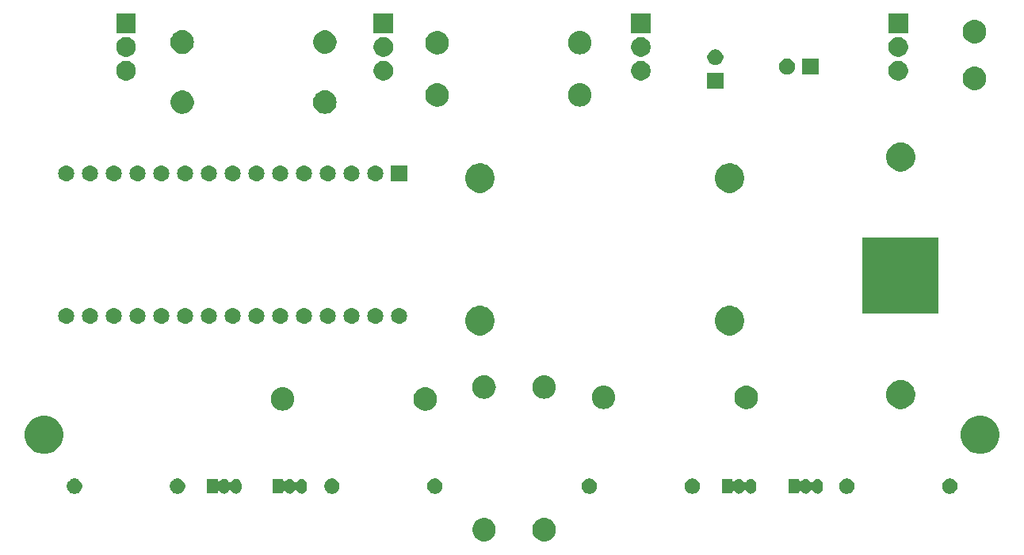
<source format=gbr>
G04 #@! TF.GenerationSoftware,KiCad,Pcbnew,5.0.2-bee76a0~70~ubuntu18.04.1*
G04 #@! TF.CreationDate,2019-01-02T21:03:54+01:00*
G04 #@! TF.ProjectId,magic-switchboard,6d616769-632d-4737-9769-746368626f61,v2*
G04 #@! TF.SameCoordinates,Original*
G04 #@! TF.FileFunction,Soldermask,Bot*
G04 #@! TF.FilePolarity,Negative*
%FSLAX46Y46*%
G04 Gerber Fmt 4.6, Leading zero omitted, Abs format (unit mm)*
G04 Created by KiCad (PCBNEW 5.0.2-bee76a0~70~ubuntu18.04.1) date Mi 02 Jan 2019 21:03:54 CET*
%MOMM*%
%LPD*%
G01*
G04 APERTURE LIST*
%ADD10C,0.100000*%
G04 APERTURE END LIST*
D10*
G36*
X148603636Y-135911019D02*
X148784903Y-135947075D01*
X149012571Y-136041378D01*
X149216542Y-136177668D01*
X149217469Y-136178287D01*
X149391713Y-136352531D01*
X149391715Y-136352534D01*
X149528622Y-136557429D01*
X149622925Y-136785097D01*
X149671000Y-137026787D01*
X149671000Y-137273213D01*
X149622925Y-137514903D01*
X149528622Y-137742571D01*
X149392332Y-137946542D01*
X149391713Y-137947469D01*
X149217469Y-138121713D01*
X149217466Y-138121715D01*
X149012571Y-138258622D01*
X148784903Y-138352925D01*
X148603636Y-138388981D01*
X148543214Y-138401000D01*
X148296786Y-138401000D01*
X148236364Y-138388981D01*
X148055097Y-138352925D01*
X147827429Y-138258622D01*
X147622534Y-138121715D01*
X147622531Y-138121713D01*
X147448287Y-137947469D01*
X147447668Y-137946542D01*
X147311378Y-137742571D01*
X147217075Y-137514903D01*
X147169000Y-137273213D01*
X147169000Y-137026787D01*
X147217075Y-136785097D01*
X147311378Y-136557429D01*
X147448285Y-136352534D01*
X147448287Y-136352531D01*
X147622531Y-136178287D01*
X147623458Y-136177668D01*
X147827429Y-136041378D01*
X148055097Y-135947075D01*
X148236364Y-135911019D01*
X148296786Y-135899000D01*
X148543214Y-135899000D01*
X148603636Y-135911019D01*
X148603636Y-135911019D01*
G37*
G36*
X142183636Y-135911019D02*
X142364903Y-135947075D01*
X142592571Y-136041378D01*
X142796542Y-136177668D01*
X142797469Y-136178287D01*
X142971713Y-136352531D01*
X142971715Y-136352534D01*
X143108622Y-136557429D01*
X143202925Y-136785097D01*
X143251000Y-137026787D01*
X143251000Y-137273213D01*
X143202925Y-137514903D01*
X143108622Y-137742571D01*
X142972332Y-137946542D01*
X142971713Y-137947469D01*
X142797469Y-138121713D01*
X142797466Y-138121715D01*
X142592571Y-138258622D01*
X142364903Y-138352925D01*
X142183636Y-138388981D01*
X142123214Y-138401000D01*
X141876786Y-138401000D01*
X141816364Y-138388981D01*
X141635097Y-138352925D01*
X141407429Y-138258622D01*
X141202534Y-138121715D01*
X141202531Y-138121713D01*
X141028287Y-137947469D01*
X141027668Y-137946542D01*
X140891378Y-137742571D01*
X140797075Y-137514903D01*
X140749000Y-137273213D01*
X140749000Y-137026787D01*
X140797075Y-136785097D01*
X140891378Y-136557429D01*
X141028285Y-136352534D01*
X141028287Y-136352531D01*
X141202531Y-136178287D01*
X141203458Y-136177668D01*
X141407429Y-136041378D01*
X141635097Y-135947075D01*
X141816364Y-135911019D01*
X141876786Y-135899000D01*
X142123214Y-135899000D01*
X142183636Y-135911019D01*
X142183636Y-135911019D01*
G37*
G36*
X153487142Y-131718242D02*
X153635102Y-131779530D01*
X153702130Y-131824317D01*
X153764119Y-131865736D01*
X153768258Y-131868502D01*
X153881498Y-131981742D01*
X153970470Y-132114898D01*
X154031758Y-132262858D01*
X154063000Y-132419925D01*
X154063000Y-132580075D01*
X154031758Y-132737142D01*
X153970470Y-132885102D01*
X153929447Y-132946497D01*
X153881499Y-133018257D01*
X153768257Y-133131499D01*
X153760528Y-133136663D01*
X153635102Y-133220470D01*
X153487142Y-133281758D01*
X153330075Y-133313000D01*
X153169925Y-133313000D01*
X153012858Y-133281758D01*
X152864898Y-133220470D01*
X152739472Y-133136663D01*
X152731743Y-133131499D01*
X152618501Y-133018257D01*
X152570553Y-132946497D01*
X152529530Y-132885102D01*
X152468242Y-132737142D01*
X152437000Y-132580075D01*
X152437000Y-132419925D01*
X152468242Y-132262858D01*
X152529530Y-132114898D01*
X152618502Y-131981742D01*
X152731742Y-131868502D01*
X152735882Y-131865736D01*
X152797870Y-131824317D01*
X152864898Y-131779530D01*
X153012858Y-131718242D01*
X153169925Y-131687000D01*
X153330075Y-131687000D01*
X153487142Y-131718242D01*
X153487142Y-131718242D01*
G37*
G36*
X98487142Y-131718242D02*
X98635102Y-131779530D01*
X98702130Y-131824317D01*
X98764119Y-131865736D01*
X98768258Y-131868502D01*
X98881498Y-131981742D01*
X98970470Y-132114898D01*
X99031758Y-132262858D01*
X99063000Y-132419925D01*
X99063000Y-132580075D01*
X99031758Y-132737142D01*
X98970470Y-132885102D01*
X98929447Y-132946497D01*
X98881499Y-133018257D01*
X98768257Y-133131499D01*
X98760528Y-133136663D01*
X98635102Y-133220470D01*
X98487142Y-133281758D01*
X98330075Y-133313000D01*
X98169925Y-133313000D01*
X98012858Y-133281758D01*
X97864898Y-133220470D01*
X97739472Y-133136663D01*
X97731743Y-133131499D01*
X97618501Y-133018257D01*
X97570553Y-132946497D01*
X97529530Y-132885102D01*
X97468242Y-132737142D01*
X97437000Y-132580075D01*
X97437000Y-132419925D01*
X97468242Y-132262858D01*
X97529530Y-132114898D01*
X97618502Y-131981742D01*
X97731742Y-131868502D01*
X97735882Y-131865736D01*
X97797870Y-131824317D01*
X97864898Y-131779530D01*
X98012858Y-131718242D01*
X98169925Y-131687000D01*
X98330075Y-131687000D01*
X98487142Y-131718242D01*
X98487142Y-131718242D01*
G37*
G36*
X109487142Y-131718242D02*
X109635102Y-131779530D01*
X109702130Y-131824317D01*
X109764119Y-131865736D01*
X109768258Y-131868502D01*
X109881498Y-131981742D01*
X109970470Y-132114898D01*
X110031758Y-132262858D01*
X110063000Y-132419925D01*
X110063000Y-132580075D01*
X110031758Y-132737142D01*
X109970470Y-132885102D01*
X109929447Y-132946497D01*
X109881499Y-133018257D01*
X109768257Y-133131499D01*
X109760528Y-133136663D01*
X109635102Y-133220470D01*
X109487142Y-133281758D01*
X109330075Y-133313000D01*
X109169925Y-133313000D01*
X109012858Y-133281758D01*
X108864898Y-133220470D01*
X108739472Y-133136663D01*
X108731743Y-133131499D01*
X108618501Y-133018257D01*
X108570553Y-132946497D01*
X108529530Y-132885102D01*
X108468242Y-132737142D01*
X108437000Y-132580075D01*
X108437000Y-132419925D01*
X108468242Y-132262858D01*
X108529530Y-132114898D01*
X108618502Y-131981742D01*
X108731742Y-131868502D01*
X108735882Y-131865736D01*
X108797870Y-131824317D01*
X108864898Y-131779530D01*
X109012858Y-131718242D01*
X109169925Y-131687000D01*
X109330075Y-131687000D01*
X109487142Y-131718242D01*
X109487142Y-131718242D01*
G37*
G36*
X136987142Y-131718242D02*
X137135102Y-131779530D01*
X137202130Y-131824317D01*
X137264119Y-131865736D01*
X137268258Y-131868502D01*
X137381498Y-131981742D01*
X137470470Y-132114898D01*
X137531758Y-132262858D01*
X137563000Y-132419925D01*
X137563000Y-132580075D01*
X137531758Y-132737142D01*
X137470470Y-132885102D01*
X137429447Y-132946497D01*
X137381499Y-133018257D01*
X137268257Y-133131499D01*
X137260528Y-133136663D01*
X137135102Y-133220470D01*
X136987142Y-133281758D01*
X136830075Y-133313000D01*
X136669925Y-133313000D01*
X136512858Y-133281758D01*
X136364898Y-133220470D01*
X136239472Y-133136663D01*
X136231743Y-133131499D01*
X136118501Y-133018257D01*
X136070553Y-132946497D01*
X136029530Y-132885102D01*
X135968242Y-132737142D01*
X135937000Y-132580075D01*
X135937000Y-132419925D01*
X135968242Y-132262858D01*
X136029530Y-132114898D01*
X136118502Y-131981742D01*
X136231742Y-131868502D01*
X136235882Y-131865736D01*
X136297870Y-131824317D01*
X136364898Y-131779530D01*
X136512858Y-131718242D01*
X136669925Y-131687000D01*
X136830075Y-131687000D01*
X136987142Y-131718242D01*
X136987142Y-131718242D01*
G37*
G36*
X125987142Y-131718242D02*
X126135102Y-131779530D01*
X126202130Y-131824317D01*
X126264119Y-131865736D01*
X126268258Y-131868502D01*
X126381498Y-131981742D01*
X126470470Y-132114898D01*
X126531758Y-132262858D01*
X126563000Y-132419925D01*
X126563000Y-132580075D01*
X126531758Y-132737142D01*
X126470470Y-132885102D01*
X126429447Y-132946497D01*
X126381499Y-133018257D01*
X126268257Y-133131499D01*
X126260528Y-133136663D01*
X126135102Y-133220470D01*
X125987142Y-133281758D01*
X125830075Y-133313000D01*
X125669925Y-133313000D01*
X125512858Y-133281758D01*
X125364898Y-133220470D01*
X125239472Y-133136663D01*
X125231743Y-133131499D01*
X125118501Y-133018257D01*
X125070553Y-132946497D01*
X125029530Y-132885102D01*
X124968242Y-132737142D01*
X124937000Y-132580075D01*
X124937000Y-132419925D01*
X124968242Y-132262858D01*
X125029530Y-132114898D01*
X125118502Y-131981742D01*
X125231742Y-131868502D01*
X125235882Y-131865736D01*
X125297870Y-131824317D01*
X125364898Y-131779530D01*
X125512858Y-131718242D01*
X125669925Y-131687000D01*
X125830075Y-131687000D01*
X125987142Y-131718242D01*
X125987142Y-131718242D01*
G37*
G36*
X164487142Y-131718242D02*
X164635102Y-131779530D01*
X164702130Y-131824317D01*
X164764119Y-131865736D01*
X164768258Y-131868502D01*
X164881498Y-131981742D01*
X164970470Y-132114898D01*
X165031758Y-132262858D01*
X165063000Y-132419925D01*
X165063000Y-132580075D01*
X165031758Y-132737142D01*
X164970470Y-132885102D01*
X164929447Y-132946497D01*
X164881499Y-133018257D01*
X164768257Y-133131499D01*
X164760528Y-133136663D01*
X164635102Y-133220470D01*
X164487142Y-133281758D01*
X164330075Y-133313000D01*
X164169925Y-133313000D01*
X164012858Y-133281758D01*
X163864898Y-133220470D01*
X163739472Y-133136663D01*
X163731743Y-133131499D01*
X163618501Y-133018257D01*
X163570553Y-132946497D01*
X163529530Y-132885102D01*
X163468242Y-132737142D01*
X163437000Y-132580075D01*
X163437000Y-132419925D01*
X163468242Y-132262858D01*
X163529530Y-132114898D01*
X163618502Y-131981742D01*
X163731742Y-131868502D01*
X163735882Y-131865736D01*
X163797870Y-131824317D01*
X163864898Y-131779530D01*
X164012858Y-131718242D01*
X164169925Y-131687000D01*
X164330075Y-131687000D01*
X164487142Y-131718242D01*
X164487142Y-131718242D01*
G37*
G36*
X180987142Y-131718242D02*
X181135102Y-131779530D01*
X181202130Y-131824317D01*
X181264119Y-131865736D01*
X181268258Y-131868502D01*
X181381498Y-131981742D01*
X181470470Y-132114898D01*
X181531758Y-132262858D01*
X181563000Y-132419925D01*
X181563000Y-132580075D01*
X181531758Y-132737142D01*
X181470470Y-132885102D01*
X181429447Y-132946497D01*
X181381499Y-133018257D01*
X181268257Y-133131499D01*
X181260528Y-133136663D01*
X181135102Y-133220470D01*
X180987142Y-133281758D01*
X180830075Y-133313000D01*
X180669925Y-133313000D01*
X180512858Y-133281758D01*
X180364898Y-133220470D01*
X180239472Y-133136663D01*
X180231743Y-133131499D01*
X180118501Y-133018257D01*
X180070553Y-132946497D01*
X180029530Y-132885102D01*
X179968242Y-132737142D01*
X179937000Y-132580075D01*
X179937000Y-132419925D01*
X179968242Y-132262858D01*
X180029530Y-132114898D01*
X180118502Y-131981742D01*
X180231742Y-131868502D01*
X180235882Y-131865736D01*
X180297870Y-131824317D01*
X180364898Y-131779530D01*
X180512858Y-131718242D01*
X180669925Y-131687000D01*
X180830075Y-131687000D01*
X180987142Y-131718242D01*
X180987142Y-131718242D01*
G37*
G36*
X191987142Y-131718242D02*
X192135102Y-131779530D01*
X192202130Y-131824317D01*
X192264119Y-131865736D01*
X192268258Y-131868502D01*
X192381498Y-131981742D01*
X192470470Y-132114898D01*
X192531758Y-132262858D01*
X192563000Y-132419925D01*
X192563000Y-132580075D01*
X192531758Y-132737142D01*
X192470470Y-132885102D01*
X192429447Y-132946497D01*
X192381499Y-133018257D01*
X192268257Y-133131499D01*
X192260528Y-133136663D01*
X192135102Y-133220470D01*
X191987142Y-133281758D01*
X191830075Y-133313000D01*
X191669925Y-133313000D01*
X191512858Y-133281758D01*
X191364898Y-133220470D01*
X191239472Y-133136663D01*
X191231743Y-133131499D01*
X191118501Y-133018257D01*
X191070553Y-132946497D01*
X191029530Y-132885102D01*
X190968242Y-132737142D01*
X190937000Y-132580075D01*
X190937000Y-132419925D01*
X190968242Y-132262858D01*
X191029530Y-132114898D01*
X191118502Y-131981742D01*
X191231742Y-131868502D01*
X191235882Y-131865736D01*
X191297870Y-131824317D01*
X191364898Y-131779530D01*
X191512858Y-131718242D01*
X191669925Y-131687000D01*
X191830075Y-131687000D01*
X191987142Y-131718242D01*
X191987142Y-131718242D01*
G37*
G36*
X122624915Y-131707334D02*
X122733491Y-131740271D01*
X122833556Y-131793756D01*
X122921264Y-131865736D01*
X122993244Y-131953443D01*
X123046729Y-132053508D01*
X123079666Y-132162084D01*
X123088000Y-132246702D01*
X123088000Y-132753297D01*
X123079666Y-132837916D01*
X123046729Y-132946492D01*
X122993244Y-133046557D01*
X122921264Y-133134264D01*
X122833557Y-133206244D01*
X122733492Y-133259729D01*
X122624916Y-133292666D01*
X122512000Y-133303787D01*
X122399085Y-133292666D01*
X122290509Y-133259729D01*
X122190444Y-133206244D01*
X122102737Y-133134264D01*
X122030757Y-133046557D01*
X121987240Y-132965143D01*
X121973627Y-132944768D01*
X121956299Y-132927441D01*
X121935925Y-132913827D01*
X121913286Y-132904450D01*
X121889253Y-132899669D01*
X121864748Y-132899669D01*
X121840715Y-132904449D01*
X121818076Y-132913827D01*
X121797701Y-132927440D01*
X121780374Y-132944768D01*
X121766760Y-132965143D01*
X121723244Y-133046557D01*
X121651264Y-133134264D01*
X121563557Y-133206244D01*
X121463492Y-133259729D01*
X121354916Y-133292666D01*
X121242000Y-133303787D01*
X121129085Y-133292666D01*
X121020509Y-133259729D01*
X120920444Y-133206244D01*
X120832737Y-133134264D01*
X120769626Y-133057364D01*
X120752299Y-133040036D01*
X120731924Y-133026423D01*
X120709285Y-133017045D01*
X120685252Y-133012265D01*
X120660748Y-133012265D01*
X120636714Y-133017046D01*
X120614075Y-133026423D01*
X120593701Y-133040037D01*
X120576373Y-133057364D01*
X120562760Y-133077739D01*
X120553382Y-133100378D01*
X120548000Y-133136663D01*
X120548000Y-133301000D01*
X119396000Y-133301000D01*
X119396000Y-131699000D01*
X120548000Y-131699000D01*
X120548000Y-131863337D01*
X120550402Y-131887723D01*
X120557515Y-131911172D01*
X120569066Y-131932783D01*
X120584612Y-131951725D01*
X120603554Y-131967271D01*
X120625165Y-131978822D01*
X120648614Y-131985935D01*
X120673000Y-131988337D01*
X120697386Y-131985935D01*
X120720835Y-131978822D01*
X120742446Y-131967271D01*
X120769626Y-131942636D01*
X120832734Y-131865739D01*
X120832736Y-131865736D01*
X120920443Y-131793756D01*
X121020508Y-131740271D01*
X121129084Y-131707334D01*
X121242000Y-131696213D01*
X121354915Y-131707334D01*
X121463491Y-131740271D01*
X121563556Y-131793756D01*
X121651264Y-131865736D01*
X121723244Y-131953443D01*
X121766767Y-132034869D01*
X121780373Y-132055232D01*
X121797700Y-132072560D01*
X121818075Y-132086174D01*
X121840713Y-132095551D01*
X121864747Y-132100332D01*
X121889251Y-132100332D01*
X121913285Y-132095552D01*
X121935924Y-132086175D01*
X121956298Y-132072561D01*
X121973626Y-132055234D01*
X121987240Y-132034858D01*
X122030756Y-131953444D01*
X122102734Y-131865739D01*
X122102736Y-131865736D01*
X122190443Y-131793756D01*
X122290508Y-131740271D01*
X122399084Y-131707334D01*
X122512000Y-131696213D01*
X122624915Y-131707334D01*
X122624915Y-131707334D01*
G37*
G36*
X115612915Y-131707334D02*
X115721491Y-131740271D01*
X115821556Y-131793756D01*
X115909264Y-131865736D01*
X115981244Y-131953443D01*
X116034729Y-132053508D01*
X116067666Y-132162084D01*
X116076000Y-132246702D01*
X116076000Y-132753297D01*
X116067666Y-132837916D01*
X116034729Y-132946492D01*
X115981244Y-133046557D01*
X115909264Y-133134264D01*
X115821557Y-133206244D01*
X115721492Y-133259729D01*
X115612916Y-133292666D01*
X115500000Y-133303787D01*
X115387085Y-133292666D01*
X115278509Y-133259729D01*
X115178444Y-133206244D01*
X115090737Y-133134264D01*
X115018757Y-133046557D01*
X114975240Y-132965143D01*
X114961627Y-132944768D01*
X114944299Y-132927441D01*
X114923925Y-132913827D01*
X114901286Y-132904450D01*
X114877253Y-132899669D01*
X114852748Y-132899669D01*
X114828715Y-132904449D01*
X114806076Y-132913827D01*
X114785701Y-132927440D01*
X114768374Y-132944768D01*
X114754760Y-132965143D01*
X114711244Y-133046557D01*
X114639264Y-133134264D01*
X114551557Y-133206244D01*
X114451492Y-133259729D01*
X114342916Y-133292666D01*
X114230000Y-133303787D01*
X114117085Y-133292666D01*
X114008509Y-133259729D01*
X113908444Y-133206244D01*
X113820737Y-133134264D01*
X113757626Y-133057364D01*
X113740299Y-133040036D01*
X113719924Y-133026423D01*
X113697285Y-133017045D01*
X113673252Y-133012265D01*
X113648748Y-133012265D01*
X113624714Y-133017046D01*
X113602075Y-133026423D01*
X113581701Y-133040037D01*
X113564373Y-133057364D01*
X113550760Y-133077739D01*
X113541382Y-133100378D01*
X113536000Y-133136663D01*
X113536000Y-133301000D01*
X112384000Y-133301000D01*
X112384000Y-131699000D01*
X113536000Y-131699000D01*
X113536000Y-131863337D01*
X113538402Y-131887723D01*
X113545515Y-131911172D01*
X113557066Y-131932783D01*
X113572612Y-131951725D01*
X113591554Y-131967271D01*
X113613165Y-131978822D01*
X113636614Y-131985935D01*
X113661000Y-131988337D01*
X113685386Y-131985935D01*
X113708835Y-131978822D01*
X113730446Y-131967271D01*
X113757626Y-131942636D01*
X113820734Y-131865739D01*
X113820736Y-131865736D01*
X113908443Y-131793756D01*
X114008508Y-131740271D01*
X114117084Y-131707334D01*
X114230000Y-131696213D01*
X114342915Y-131707334D01*
X114451491Y-131740271D01*
X114551556Y-131793756D01*
X114639264Y-131865736D01*
X114711244Y-131953443D01*
X114754767Y-132034869D01*
X114768373Y-132055232D01*
X114785700Y-132072560D01*
X114806075Y-132086174D01*
X114828713Y-132095551D01*
X114852747Y-132100332D01*
X114877251Y-132100332D01*
X114901285Y-132095552D01*
X114923924Y-132086175D01*
X114944298Y-132072561D01*
X114961626Y-132055234D01*
X114975240Y-132034858D01*
X115018756Y-131953444D01*
X115090734Y-131865739D01*
X115090736Y-131865736D01*
X115178443Y-131793756D01*
X115278508Y-131740271D01*
X115387084Y-131707334D01*
X115500000Y-131696213D01*
X115612915Y-131707334D01*
X115612915Y-131707334D01*
G37*
G36*
X170612915Y-131707334D02*
X170721491Y-131740271D01*
X170821556Y-131793756D01*
X170909264Y-131865736D01*
X170981244Y-131953443D01*
X171034729Y-132053508D01*
X171067666Y-132162084D01*
X171076000Y-132246702D01*
X171076000Y-132753297D01*
X171067666Y-132837916D01*
X171034729Y-132946492D01*
X170981244Y-133046557D01*
X170909264Y-133134264D01*
X170821557Y-133206244D01*
X170721492Y-133259729D01*
X170612916Y-133292666D01*
X170500000Y-133303787D01*
X170387085Y-133292666D01*
X170278509Y-133259729D01*
X170178444Y-133206244D01*
X170090737Y-133134264D01*
X170018757Y-133046557D01*
X169975240Y-132965143D01*
X169961627Y-132944768D01*
X169944299Y-132927441D01*
X169923925Y-132913827D01*
X169901286Y-132904450D01*
X169877253Y-132899669D01*
X169852748Y-132899669D01*
X169828715Y-132904449D01*
X169806076Y-132913827D01*
X169785701Y-132927440D01*
X169768374Y-132944768D01*
X169754760Y-132965143D01*
X169711244Y-133046557D01*
X169639264Y-133134264D01*
X169551557Y-133206244D01*
X169451492Y-133259729D01*
X169342916Y-133292666D01*
X169230000Y-133303787D01*
X169117085Y-133292666D01*
X169008509Y-133259729D01*
X168908444Y-133206244D01*
X168820737Y-133134264D01*
X168757626Y-133057364D01*
X168740299Y-133040036D01*
X168719924Y-133026423D01*
X168697285Y-133017045D01*
X168673252Y-133012265D01*
X168648748Y-133012265D01*
X168624714Y-133017046D01*
X168602075Y-133026423D01*
X168581701Y-133040037D01*
X168564373Y-133057364D01*
X168550760Y-133077739D01*
X168541382Y-133100378D01*
X168536000Y-133136663D01*
X168536000Y-133301000D01*
X167384000Y-133301000D01*
X167384000Y-131699000D01*
X168536000Y-131699000D01*
X168536000Y-131863337D01*
X168538402Y-131887723D01*
X168545515Y-131911172D01*
X168557066Y-131932783D01*
X168572612Y-131951725D01*
X168591554Y-131967271D01*
X168613165Y-131978822D01*
X168636614Y-131985935D01*
X168661000Y-131988337D01*
X168685386Y-131985935D01*
X168708835Y-131978822D01*
X168730446Y-131967271D01*
X168757626Y-131942636D01*
X168820734Y-131865739D01*
X168820736Y-131865736D01*
X168908443Y-131793756D01*
X169008508Y-131740271D01*
X169117084Y-131707334D01*
X169230000Y-131696213D01*
X169342915Y-131707334D01*
X169451491Y-131740271D01*
X169551556Y-131793756D01*
X169639264Y-131865736D01*
X169711244Y-131953443D01*
X169754767Y-132034869D01*
X169768373Y-132055232D01*
X169785700Y-132072560D01*
X169806075Y-132086174D01*
X169828713Y-132095551D01*
X169852747Y-132100332D01*
X169877251Y-132100332D01*
X169901285Y-132095552D01*
X169923924Y-132086175D01*
X169944298Y-132072561D01*
X169961626Y-132055234D01*
X169975240Y-132034858D01*
X170018756Y-131953444D01*
X170090734Y-131865739D01*
X170090736Y-131865736D01*
X170178443Y-131793756D01*
X170278508Y-131740271D01*
X170387084Y-131707334D01*
X170500000Y-131696213D01*
X170612915Y-131707334D01*
X170612915Y-131707334D01*
G37*
G36*
X177742915Y-131707334D02*
X177851491Y-131740271D01*
X177951556Y-131793756D01*
X178039264Y-131865736D01*
X178111244Y-131953443D01*
X178164729Y-132053508D01*
X178197666Y-132162084D01*
X178206000Y-132246702D01*
X178206000Y-132753297D01*
X178197666Y-132837916D01*
X178164729Y-132946492D01*
X178111244Y-133046557D01*
X178039264Y-133134264D01*
X177951557Y-133206244D01*
X177851492Y-133259729D01*
X177742916Y-133292666D01*
X177630000Y-133303787D01*
X177517085Y-133292666D01*
X177408509Y-133259729D01*
X177308444Y-133206244D01*
X177220737Y-133134264D01*
X177148757Y-133046557D01*
X177105240Y-132965143D01*
X177091627Y-132944768D01*
X177074299Y-132927441D01*
X177053925Y-132913827D01*
X177031286Y-132904450D01*
X177007253Y-132899669D01*
X176982748Y-132899669D01*
X176958715Y-132904449D01*
X176936076Y-132913827D01*
X176915701Y-132927440D01*
X176898374Y-132944768D01*
X176884760Y-132965143D01*
X176841244Y-133046557D01*
X176769264Y-133134264D01*
X176681557Y-133206244D01*
X176581492Y-133259729D01*
X176472916Y-133292666D01*
X176360000Y-133303787D01*
X176247085Y-133292666D01*
X176138509Y-133259729D01*
X176038444Y-133206244D01*
X175950737Y-133134264D01*
X175887626Y-133057364D01*
X175870299Y-133040036D01*
X175849924Y-133026423D01*
X175827285Y-133017045D01*
X175803252Y-133012265D01*
X175778748Y-133012265D01*
X175754714Y-133017046D01*
X175732075Y-133026423D01*
X175711701Y-133040037D01*
X175694373Y-133057364D01*
X175680760Y-133077739D01*
X175671382Y-133100378D01*
X175666000Y-133136663D01*
X175666000Y-133301000D01*
X174514000Y-133301000D01*
X174514000Y-131699000D01*
X175666000Y-131699000D01*
X175666000Y-131863337D01*
X175668402Y-131887723D01*
X175675515Y-131911172D01*
X175687066Y-131932783D01*
X175702612Y-131951725D01*
X175721554Y-131967271D01*
X175743165Y-131978822D01*
X175766614Y-131985935D01*
X175791000Y-131988337D01*
X175815386Y-131985935D01*
X175838835Y-131978822D01*
X175860446Y-131967271D01*
X175887626Y-131942636D01*
X175950734Y-131865739D01*
X175950736Y-131865736D01*
X176038443Y-131793756D01*
X176138508Y-131740271D01*
X176247084Y-131707334D01*
X176360000Y-131696213D01*
X176472915Y-131707334D01*
X176581491Y-131740271D01*
X176681556Y-131793756D01*
X176769264Y-131865736D01*
X176841244Y-131953443D01*
X176884767Y-132034869D01*
X176898373Y-132055232D01*
X176915700Y-132072560D01*
X176936075Y-132086174D01*
X176958713Y-132095551D01*
X176982747Y-132100332D01*
X177007251Y-132100332D01*
X177031285Y-132095552D01*
X177053924Y-132086175D01*
X177074298Y-132072561D01*
X177091626Y-132055234D01*
X177105240Y-132034858D01*
X177148756Y-131953444D01*
X177220734Y-131865739D01*
X177220736Y-131865736D01*
X177308443Y-131793756D01*
X177408508Y-131740271D01*
X177517084Y-131707334D01*
X177630000Y-131696213D01*
X177742915Y-131707334D01*
X177742915Y-131707334D01*
G37*
G36*
X195598252Y-125027818D02*
X195598254Y-125027819D01*
X195598255Y-125027819D01*
X195971513Y-125182427D01*
X195971514Y-125182428D01*
X196307439Y-125406886D01*
X196593114Y-125692561D01*
X196593116Y-125692564D01*
X196817573Y-126028487D01*
X196972181Y-126401745D01*
X197051000Y-126797994D01*
X197051000Y-127202006D01*
X196972181Y-127598255D01*
X196817573Y-127971513D01*
X196817572Y-127971514D01*
X196593114Y-128307439D01*
X196307439Y-128593114D01*
X196307436Y-128593116D01*
X195971513Y-128817573D01*
X195598255Y-128972181D01*
X195598254Y-128972181D01*
X195598252Y-128972182D01*
X195202007Y-129051000D01*
X194797993Y-129051000D01*
X194401748Y-128972182D01*
X194401746Y-128972181D01*
X194401745Y-128972181D01*
X194028487Y-128817573D01*
X193692564Y-128593116D01*
X193692561Y-128593114D01*
X193406886Y-128307439D01*
X193182428Y-127971514D01*
X193182427Y-127971513D01*
X193027819Y-127598255D01*
X192949000Y-127202006D01*
X192949000Y-126797994D01*
X193027819Y-126401745D01*
X193182427Y-126028487D01*
X193406884Y-125692564D01*
X193406886Y-125692561D01*
X193692561Y-125406886D01*
X194028486Y-125182428D01*
X194028487Y-125182427D01*
X194401745Y-125027819D01*
X194401746Y-125027819D01*
X194401748Y-125027818D01*
X194797993Y-124949000D01*
X195202007Y-124949000D01*
X195598252Y-125027818D01*
X195598252Y-125027818D01*
G37*
G36*
X95598252Y-125027818D02*
X95598254Y-125027819D01*
X95598255Y-125027819D01*
X95971513Y-125182427D01*
X95971514Y-125182428D01*
X96307439Y-125406886D01*
X96593114Y-125692561D01*
X96593116Y-125692564D01*
X96817573Y-126028487D01*
X96972181Y-126401745D01*
X97051000Y-126797994D01*
X97051000Y-127202006D01*
X96972181Y-127598255D01*
X96817573Y-127971513D01*
X96817572Y-127971514D01*
X96593114Y-128307439D01*
X96307439Y-128593114D01*
X96307436Y-128593116D01*
X95971513Y-128817573D01*
X95598255Y-128972181D01*
X95598254Y-128972181D01*
X95598252Y-128972182D01*
X95202007Y-129051000D01*
X94797993Y-129051000D01*
X94401748Y-128972182D01*
X94401746Y-128972181D01*
X94401745Y-128972181D01*
X94028487Y-128817573D01*
X93692564Y-128593116D01*
X93692561Y-128593114D01*
X93406886Y-128307439D01*
X93182428Y-127971514D01*
X93182427Y-127971513D01*
X93027819Y-127598255D01*
X92949000Y-127202006D01*
X92949000Y-126797994D01*
X93027819Y-126401745D01*
X93182427Y-126028487D01*
X93406884Y-125692564D01*
X93406886Y-125692561D01*
X93692561Y-125406886D01*
X94028486Y-125182428D01*
X94028487Y-125182427D01*
X94401745Y-125027819D01*
X94401746Y-125027819D01*
X94401748Y-125027818D01*
X94797993Y-124949000D01*
X95202007Y-124949000D01*
X95598252Y-125027818D01*
X95598252Y-125027818D01*
G37*
G36*
X120725239Y-121947101D02*
X120961053Y-122018634D01*
X121178381Y-122134799D01*
X121368871Y-122291129D01*
X121525201Y-122481619D01*
X121641366Y-122698947D01*
X121712899Y-122934761D01*
X121737053Y-123180000D01*
X121712899Y-123425239D01*
X121641366Y-123661053D01*
X121525201Y-123878381D01*
X121368871Y-124068871D01*
X121178381Y-124225201D01*
X120961053Y-124341366D01*
X120725239Y-124412899D01*
X120541457Y-124431000D01*
X120418543Y-124431000D01*
X120234761Y-124412899D01*
X119998947Y-124341366D01*
X119781619Y-124225201D01*
X119591129Y-124068871D01*
X119434799Y-123878381D01*
X119318634Y-123661053D01*
X119247101Y-123425239D01*
X119222947Y-123180000D01*
X119247101Y-122934761D01*
X119318634Y-122698947D01*
X119434799Y-122481619D01*
X119591129Y-122291129D01*
X119781619Y-122134799D01*
X119998947Y-122018634D01*
X120234761Y-121947101D01*
X120418543Y-121929000D01*
X120541457Y-121929000D01*
X120725239Y-121947101D01*
X120725239Y-121947101D01*
G37*
G36*
X135903635Y-121941019D02*
X136084903Y-121977075D01*
X136312571Y-122071378D01*
X136407488Y-122134800D01*
X136517469Y-122208287D01*
X136691713Y-122382531D01*
X136691715Y-122382534D01*
X136828622Y-122587429D01*
X136922925Y-122815097D01*
X136971000Y-123056787D01*
X136971000Y-123303213D01*
X136922925Y-123544903D01*
X136828622Y-123772571D01*
X136740310Y-123904738D01*
X136691713Y-123977469D01*
X136517469Y-124151713D01*
X136517466Y-124151715D01*
X136312571Y-124288622D01*
X136084903Y-124382925D01*
X135934213Y-124412899D01*
X135843214Y-124431000D01*
X135596786Y-124431000D01*
X135505787Y-124412899D01*
X135355097Y-124382925D01*
X135127429Y-124288622D01*
X134922534Y-124151715D01*
X134922531Y-124151713D01*
X134748287Y-123977469D01*
X134699690Y-123904738D01*
X134611378Y-123772571D01*
X134517075Y-123544903D01*
X134469000Y-123303213D01*
X134469000Y-123056787D01*
X134517075Y-122815097D01*
X134611378Y-122587429D01*
X134748285Y-122382534D01*
X134748287Y-122382531D01*
X134922531Y-122208287D01*
X135032512Y-122134800D01*
X135127429Y-122071378D01*
X135355097Y-121977075D01*
X135536365Y-121941019D01*
X135596786Y-121929000D01*
X135843214Y-121929000D01*
X135903635Y-121941019D01*
X135903635Y-121941019D01*
G37*
G36*
X186852527Y-121188736D02*
X186952410Y-121208604D01*
X187234674Y-121325521D01*
X187488705Y-121495259D01*
X187704741Y-121711295D01*
X187874479Y-121965326D01*
X187944677Y-122134800D01*
X187991396Y-122247591D01*
X188051000Y-122547238D01*
X188051000Y-122852762D01*
X188030623Y-122955201D01*
X187991396Y-123152410D01*
X187874479Y-123434674D01*
X187704741Y-123688705D01*
X187488705Y-123904741D01*
X187234674Y-124074479D01*
X186952410Y-124191396D01*
X186852527Y-124211264D01*
X186652762Y-124251000D01*
X186347238Y-124251000D01*
X186147473Y-124211264D01*
X186047590Y-124191396D01*
X185765326Y-124074479D01*
X185511295Y-123904741D01*
X185295259Y-123688705D01*
X185125521Y-123434674D01*
X185008604Y-123152410D01*
X184969377Y-122955201D01*
X184949000Y-122852762D01*
X184949000Y-122547238D01*
X185008604Y-122247591D01*
X185055323Y-122134800D01*
X185125521Y-121965326D01*
X185295259Y-121711295D01*
X185511295Y-121495259D01*
X185765326Y-121325521D01*
X186047590Y-121208604D01*
X186147473Y-121188736D01*
X186347238Y-121149000D01*
X186652762Y-121149000D01*
X186852527Y-121188736D01*
X186852527Y-121188736D01*
G37*
G36*
X170193635Y-121761019D02*
X170374903Y-121797075D01*
X170602571Y-121891378D01*
X170730825Y-121977075D01*
X170807469Y-122028287D01*
X170981713Y-122202531D01*
X170981715Y-122202534D01*
X171118622Y-122407429D01*
X171212925Y-122635097D01*
X171261000Y-122876787D01*
X171261000Y-123123213D01*
X171212925Y-123364903D01*
X171118622Y-123592571D01*
X171047921Y-123698382D01*
X170981713Y-123797469D01*
X170807469Y-123971713D01*
X170807466Y-123971715D01*
X170602571Y-124108622D01*
X170374903Y-124202925D01*
X170224213Y-124232899D01*
X170133214Y-124251000D01*
X169886786Y-124251000D01*
X169795787Y-124232899D01*
X169645097Y-124202925D01*
X169417429Y-124108622D01*
X169212534Y-123971715D01*
X169212531Y-123971713D01*
X169038287Y-123797469D01*
X168972079Y-123698382D01*
X168901378Y-123592571D01*
X168807075Y-123364903D01*
X168759000Y-123123213D01*
X168759000Y-122876787D01*
X168807075Y-122635097D01*
X168901378Y-122407429D01*
X169038285Y-122202534D01*
X169038287Y-122202531D01*
X169212531Y-122028287D01*
X169289175Y-121977075D01*
X169417429Y-121891378D01*
X169645097Y-121797075D01*
X169826365Y-121761019D01*
X169886786Y-121749000D01*
X170133214Y-121749000D01*
X170193635Y-121761019D01*
X170193635Y-121761019D01*
G37*
G36*
X155015239Y-121767101D02*
X155251053Y-121838634D01*
X155468381Y-121954799D01*
X155658871Y-122111129D01*
X155815201Y-122301619D01*
X155931366Y-122518947D01*
X156002899Y-122754761D01*
X156027053Y-123000000D01*
X156002899Y-123245239D01*
X155931366Y-123481053D01*
X155815201Y-123698381D01*
X155658871Y-123888871D01*
X155468381Y-124045201D01*
X155251053Y-124161366D01*
X155015239Y-124232899D01*
X154831457Y-124251000D01*
X154708543Y-124251000D01*
X154524761Y-124232899D01*
X154288947Y-124161366D01*
X154071619Y-124045201D01*
X153881129Y-123888871D01*
X153724799Y-123698381D01*
X153608634Y-123481053D01*
X153537101Y-123245239D01*
X153512947Y-123000000D01*
X153537101Y-122754761D01*
X153608634Y-122518947D01*
X153724799Y-122301619D01*
X153881129Y-122111129D01*
X154071619Y-121954799D01*
X154288947Y-121838634D01*
X154524761Y-121767101D01*
X154708543Y-121749000D01*
X154831457Y-121749000D01*
X155015239Y-121767101D01*
X155015239Y-121767101D01*
G37*
G36*
X148665239Y-120677101D02*
X148901053Y-120748634D01*
X149118381Y-120864799D01*
X149308871Y-121021129D01*
X149465201Y-121211619D01*
X149581366Y-121428947D01*
X149652899Y-121664761D01*
X149677053Y-121910000D01*
X149652899Y-122155239D01*
X149581366Y-122391053D01*
X149465201Y-122608381D01*
X149308871Y-122798871D01*
X149118381Y-122955201D01*
X148901053Y-123071366D01*
X148665239Y-123142899D01*
X148481457Y-123161000D01*
X148358543Y-123161000D01*
X148174761Y-123142899D01*
X147938947Y-123071366D01*
X147721619Y-122955201D01*
X147531129Y-122798871D01*
X147374799Y-122608381D01*
X147258634Y-122391053D01*
X147187101Y-122155239D01*
X147162947Y-121910000D01*
X147187101Y-121664761D01*
X147258634Y-121428947D01*
X147374799Y-121211619D01*
X147531129Y-121021129D01*
X147721619Y-120864799D01*
X147938947Y-120748634D01*
X148174761Y-120677101D01*
X148358543Y-120659000D01*
X148481457Y-120659000D01*
X148665239Y-120677101D01*
X148665239Y-120677101D01*
G37*
G36*
X142245239Y-120677101D02*
X142481053Y-120748634D01*
X142698381Y-120864799D01*
X142888871Y-121021129D01*
X143045201Y-121211619D01*
X143161366Y-121428947D01*
X143232899Y-121664761D01*
X143257053Y-121910000D01*
X143232899Y-122155239D01*
X143161366Y-122391053D01*
X143045201Y-122608381D01*
X142888871Y-122798871D01*
X142698381Y-122955201D01*
X142481053Y-123071366D01*
X142245239Y-123142899D01*
X142061457Y-123161000D01*
X141938543Y-123161000D01*
X141754761Y-123142899D01*
X141518947Y-123071366D01*
X141301619Y-122955201D01*
X141111129Y-122798871D01*
X140954799Y-122608381D01*
X140838634Y-122391053D01*
X140767101Y-122155239D01*
X140742947Y-121910000D01*
X140767101Y-121664761D01*
X140838634Y-121428947D01*
X140954799Y-121211619D01*
X141111129Y-121021129D01*
X141301619Y-120864799D01*
X141518947Y-120748634D01*
X141754761Y-120677101D01*
X141938543Y-120659000D01*
X142061457Y-120659000D01*
X142245239Y-120677101D01*
X142245239Y-120677101D01*
G37*
G36*
X142021411Y-113283526D02*
X142140137Y-113332704D01*
X142308041Y-113402252D01*
X142566007Y-113574619D01*
X142785381Y-113793993D01*
X142957748Y-114051959D01*
X142987248Y-114123179D01*
X143056348Y-114290000D01*
X143076474Y-114338590D01*
X143137000Y-114642875D01*
X143137000Y-114953125D01*
X143076474Y-115257410D01*
X142957748Y-115544041D01*
X142785381Y-115802007D01*
X142566007Y-116021381D01*
X142308041Y-116193748D01*
X142140137Y-116263296D01*
X142021411Y-116312474D01*
X141717125Y-116373000D01*
X141406875Y-116373000D01*
X141102589Y-116312474D01*
X140983863Y-116263296D01*
X140815959Y-116193748D01*
X140557993Y-116021381D01*
X140338619Y-115802007D01*
X140166252Y-115544041D01*
X140047526Y-115257410D01*
X139987000Y-114953125D01*
X139987000Y-114642875D01*
X140047526Y-114338590D01*
X140067653Y-114290000D01*
X140136752Y-114123179D01*
X140166252Y-114051959D01*
X140338619Y-113793993D01*
X140557993Y-113574619D01*
X140815959Y-113402252D01*
X140983863Y-113332704D01*
X141102589Y-113283526D01*
X141406875Y-113223000D01*
X141717125Y-113223000D01*
X142021411Y-113283526D01*
X142021411Y-113283526D01*
G37*
G36*
X168691411Y-113283526D02*
X168810137Y-113332704D01*
X168978041Y-113402252D01*
X169236007Y-113574619D01*
X169455381Y-113793993D01*
X169627748Y-114051959D01*
X169657248Y-114123179D01*
X169726348Y-114290000D01*
X169746474Y-114338590D01*
X169807000Y-114642875D01*
X169807000Y-114953125D01*
X169746474Y-115257410D01*
X169627748Y-115544041D01*
X169455381Y-115802007D01*
X169236007Y-116021381D01*
X168978041Y-116193748D01*
X168810137Y-116263296D01*
X168691411Y-116312474D01*
X168387125Y-116373000D01*
X168076875Y-116373000D01*
X167772589Y-116312474D01*
X167653863Y-116263296D01*
X167485959Y-116193748D01*
X167227993Y-116021381D01*
X167008619Y-115802007D01*
X166836252Y-115544041D01*
X166717526Y-115257410D01*
X166657000Y-114953125D01*
X166657000Y-114642875D01*
X166717526Y-114338590D01*
X166737653Y-114290000D01*
X166806752Y-114123179D01*
X166836252Y-114051959D01*
X167008619Y-113793993D01*
X167227993Y-113574619D01*
X167485959Y-113402252D01*
X167653863Y-113332704D01*
X167772589Y-113283526D01*
X168076875Y-113223000D01*
X168387125Y-113223000D01*
X168691411Y-113283526D01*
X168691411Y-113283526D01*
G37*
G36*
X102612821Y-113451313D02*
X102612824Y-113451314D01*
X102612825Y-113451314D01*
X102773239Y-113499975D01*
X102773241Y-113499976D01*
X102773244Y-113499977D01*
X102921078Y-113578995D01*
X103050659Y-113685341D01*
X103157005Y-113814922D01*
X103236023Y-113962756D01*
X103236024Y-113962759D01*
X103236025Y-113962761D01*
X103263083Y-114051959D01*
X103284687Y-114123179D01*
X103301117Y-114290000D01*
X103284687Y-114456821D01*
X103236023Y-114617244D01*
X103157005Y-114765078D01*
X103050659Y-114894659D01*
X102921078Y-115001005D01*
X102773244Y-115080023D01*
X102773241Y-115080024D01*
X102773239Y-115080025D01*
X102612825Y-115128686D01*
X102612824Y-115128686D01*
X102612821Y-115128687D01*
X102487804Y-115141000D01*
X102404196Y-115141000D01*
X102279179Y-115128687D01*
X102279176Y-115128686D01*
X102279175Y-115128686D01*
X102118761Y-115080025D01*
X102118759Y-115080024D01*
X102118756Y-115080023D01*
X101970922Y-115001005D01*
X101841341Y-114894659D01*
X101734995Y-114765078D01*
X101655977Y-114617244D01*
X101607313Y-114456821D01*
X101590883Y-114290000D01*
X101607313Y-114123179D01*
X101628917Y-114051959D01*
X101655975Y-113962761D01*
X101655976Y-113962759D01*
X101655977Y-113962756D01*
X101734995Y-113814922D01*
X101841341Y-113685341D01*
X101970922Y-113578995D01*
X102118756Y-113499977D01*
X102118759Y-113499976D01*
X102118761Y-113499975D01*
X102279175Y-113451314D01*
X102279176Y-113451314D01*
X102279179Y-113451313D01*
X102404196Y-113439000D01*
X102487804Y-113439000D01*
X102612821Y-113451313D01*
X102612821Y-113451313D01*
G37*
G36*
X97532821Y-113451313D02*
X97532824Y-113451314D01*
X97532825Y-113451314D01*
X97693239Y-113499975D01*
X97693241Y-113499976D01*
X97693244Y-113499977D01*
X97841078Y-113578995D01*
X97970659Y-113685341D01*
X98077005Y-113814922D01*
X98156023Y-113962756D01*
X98156024Y-113962759D01*
X98156025Y-113962761D01*
X98183083Y-114051959D01*
X98204687Y-114123179D01*
X98221117Y-114290000D01*
X98204687Y-114456821D01*
X98156023Y-114617244D01*
X98077005Y-114765078D01*
X97970659Y-114894659D01*
X97841078Y-115001005D01*
X97693244Y-115080023D01*
X97693241Y-115080024D01*
X97693239Y-115080025D01*
X97532825Y-115128686D01*
X97532824Y-115128686D01*
X97532821Y-115128687D01*
X97407804Y-115141000D01*
X97324196Y-115141000D01*
X97199179Y-115128687D01*
X97199176Y-115128686D01*
X97199175Y-115128686D01*
X97038761Y-115080025D01*
X97038759Y-115080024D01*
X97038756Y-115080023D01*
X96890922Y-115001005D01*
X96761341Y-114894659D01*
X96654995Y-114765078D01*
X96575977Y-114617244D01*
X96527313Y-114456821D01*
X96510883Y-114290000D01*
X96527313Y-114123179D01*
X96548917Y-114051959D01*
X96575975Y-113962761D01*
X96575976Y-113962759D01*
X96575977Y-113962756D01*
X96654995Y-113814922D01*
X96761341Y-113685341D01*
X96890922Y-113578995D01*
X97038756Y-113499977D01*
X97038759Y-113499976D01*
X97038761Y-113499975D01*
X97199175Y-113451314D01*
X97199176Y-113451314D01*
X97199179Y-113451313D01*
X97324196Y-113439000D01*
X97407804Y-113439000D01*
X97532821Y-113451313D01*
X97532821Y-113451313D01*
G37*
G36*
X107692821Y-113451313D02*
X107692824Y-113451314D01*
X107692825Y-113451314D01*
X107853239Y-113499975D01*
X107853241Y-113499976D01*
X107853244Y-113499977D01*
X108001078Y-113578995D01*
X108130659Y-113685341D01*
X108237005Y-113814922D01*
X108316023Y-113962756D01*
X108316024Y-113962759D01*
X108316025Y-113962761D01*
X108343083Y-114051959D01*
X108364687Y-114123179D01*
X108381117Y-114290000D01*
X108364687Y-114456821D01*
X108316023Y-114617244D01*
X108237005Y-114765078D01*
X108130659Y-114894659D01*
X108001078Y-115001005D01*
X107853244Y-115080023D01*
X107853241Y-115080024D01*
X107853239Y-115080025D01*
X107692825Y-115128686D01*
X107692824Y-115128686D01*
X107692821Y-115128687D01*
X107567804Y-115141000D01*
X107484196Y-115141000D01*
X107359179Y-115128687D01*
X107359176Y-115128686D01*
X107359175Y-115128686D01*
X107198761Y-115080025D01*
X107198759Y-115080024D01*
X107198756Y-115080023D01*
X107050922Y-115001005D01*
X106921341Y-114894659D01*
X106814995Y-114765078D01*
X106735977Y-114617244D01*
X106687313Y-114456821D01*
X106670883Y-114290000D01*
X106687313Y-114123179D01*
X106708917Y-114051959D01*
X106735975Y-113962761D01*
X106735976Y-113962759D01*
X106735977Y-113962756D01*
X106814995Y-113814922D01*
X106921341Y-113685341D01*
X107050922Y-113578995D01*
X107198756Y-113499977D01*
X107198759Y-113499976D01*
X107198761Y-113499975D01*
X107359175Y-113451314D01*
X107359176Y-113451314D01*
X107359179Y-113451313D01*
X107484196Y-113439000D01*
X107567804Y-113439000D01*
X107692821Y-113451313D01*
X107692821Y-113451313D01*
G37*
G36*
X133092821Y-113451313D02*
X133092824Y-113451314D01*
X133092825Y-113451314D01*
X133253239Y-113499975D01*
X133253241Y-113499976D01*
X133253244Y-113499977D01*
X133401078Y-113578995D01*
X133530659Y-113685341D01*
X133637005Y-113814922D01*
X133716023Y-113962756D01*
X133716024Y-113962759D01*
X133716025Y-113962761D01*
X133743083Y-114051959D01*
X133764687Y-114123179D01*
X133781117Y-114290000D01*
X133764687Y-114456821D01*
X133716023Y-114617244D01*
X133637005Y-114765078D01*
X133530659Y-114894659D01*
X133401078Y-115001005D01*
X133253244Y-115080023D01*
X133253241Y-115080024D01*
X133253239Y-115080025D01*
X133092825Y-115128686D01*
X133092824Y-115128686D01*
X133092821Y-115128687D01*
X132967804Y-115141000D01*
X132884196Y-115141000D01*
X132759179Y-115128687D01*
X132759176Y-115128686D01*
X132759175Y-115128686D01*
X132598761Y-115080025D01*
X132598759Y-115080024D01*
X132598756Y-115080023D01*
X132450922Y-115001005D01*
X132321341Y-114894659D01*
X132214995Y-114765078D01*
X132135977Y-114617244D01*
X132087313Y-114456821D01*
X132070883Y-114290000D01*
X132087313Y-114123179D01*
X132108917Y-114051959D01*
X132135975Y-113962761D01*
X132135976Y-113962759D01*
X132135977Y-113962756D01*
X132214995Y-113814922D01*
X132321341Y-113685341D01*
X132450922Y-113578995D01*
X132598756Y-113499977D01*
X132598759Y-113499976D01*
X132598761Y-113499975D01*
X132759175Y-113451314D01*
X132759176Y-113451314D01*
X132759179Y-113451313D01*
X132884196Y-113439000D01*
X132967804Y-113439000D01*
X133092821Y-113451313D01*
X133092821Y-113451313D01*
G37*
G36*
X130552821Y-113451313D02*
X130552824Y-113451314D01*
X130552825Y-113451314D01*
X130713239Y-113499975D01*
X130713241Y-113499976D01*
X130713244Y-113499977D01*
X130861078Y-113578995D01*
X130990659Y-113685341D01*
X131097005Y-113814922D01*
X131176023Y-113962756D01*
X131176024Y-113962759D01*
X131176025Y-113962761D01*
X131203083Y-114051959D01*
X131224687Y-114123179D01*
X131241117Y-114290000D01*
X131224687Y-114456821D01*
X131176023Y-114617244D01*
X131097005Y-114765078D01*
X130990659Y-114894659D01*
X130861078Y-115001005D01*
X130713244Y-115080023D01*
X130713241Y-115080024D01*
X130713239Y-115080025D01*
X130552825Y-115128686D01*
X130552824Y-115128686D01*
X130552821Y-115128687D01*
X130427804Y-115141000D01*
X130344196Y-115141000D01*
X130219179Y-115128687D01*
X130219176Y-115128686D01*
X130219175Y-115128686D01*
X130058761Y-115080025D01*
X130058759Y-115080024D01*
X130058756Y-115080023D01*
X129910922Y-115001005D01*
X129781341Y-114894659D01*
X129674995Y-114765078D01*
X129595977Y-114617244D01*
X129547313Y-114456821D01*
X129530883Y-114290000D01*
X129547313Y-114123179D01*
X129568917Y-114051959D01*
X129595975Y-113962761D01*
X129595976Y-113962759D01*
X129595977Y-113962756D01*
X129674995Y-113814922D01*
X129781341Y-113685341D01*
X129910922Y-113578995D01*
X130058756Y-113499977D01*
X130058759Y-113499976D01*
X130058761Y-113499975D01*
X130219175Y-113451314D01*
X130219176Y-113451314D01*
X130219179Y-113451313D01*
X130344196Y-113439000D01*
X130427804Y-113439000D01*
X130552821Y-113451313D01*
X130552821Y-113451313D01*
G37*
G36*
X128012821Y-113451313D02*
X128012824Y-113451314D01*
X128012825Y-113451314D01*
X128173239Y-113499975D01*
X128173241Y-113499976D01*
X128173244Y-113499977D01*
X128321078Y-113578995D01*
X128450659Y-113685341D01*
X128557005Y-113814922D01*
X128636023Y-113962756D01*
X128636024Y-113962759D01*
X128636025Y-113962761D01*
X128663083Y-114051959D01*
X128684687Y-114123179D01*
X128701117Y-114290000D01*
X128684687Y-114456821D01*
X128636023Y-114617244D01*
X128557005Y-114765078D01*
X128450659Y-114894659D01*
X128321078Y-115001005D01*
X128173244Y-115080023D01*
X128173241Y-115080024D01*
X128173239Y-115080025D01*
X128012825Y-115128686D01*
X128012824Y-115128686D01*
X128012821Y-115128687D01*
X127887804Y-115141000D01*
X127804196Y-115141000D01*
X127679179Y-115128687D01*
X127679176Y-115128686D01*
X127679175Y-115128686D01*
X127518761Y-115080025D01*
X127518759Y-115080024D01*
X127518756Y-115080023D01*
X127370922Y-115001005D01*
X127241341Y-114894659D01*
X127134995Y-114765078D01*
X127055977Y-114617244D01*
X127007313Y-114456821D01*
X126990883Y-114290000D01*
X127007313Y-114123179D01*
X127028917Y-114051959D01*
X127055975Y-113962761D01*
X127055976Y-113962759D01*
X127055977Y-113962756D01*
X127134995Y-113814922D01*
X127241341Y-113685341D01*
X127370922Y-113578995D01*
X127518756Y-113499977D01*
X127518759Y-113499976D01*
X127518761Y-113499975D01*
X127679175Y-113451314D01*
X127679176Y-113451314D01*
X127679179Y-113451313D01*
X127804196Y-113439000D01*
X127887804Y-113439000D01*
X128012821Y-113451313D01*
X128012821Y-113451313D01*
G37*
G36*
X125472821Y-113451313D02*
X125472824Y-113451314D01*
X125472825Y-113451314D01*
X125633239Y-113499975D01*
X125633241Y-113499976D01*
X125633244Y-113499977D01*
X125781078Y-113578995D01*
X125910659Y-113685341D01*
X126017005Y-113814922D01*
X126096023Y-113962756D01*
X126096024Y-113962759D01*
X126096025Y-113962761D01*
X126123083Y-114051959D01*
X126144687Y-114123179D01*
X126161117Y-114290000D01*
X126144687Y-114456821D01*
X126096023Y-114617244D01*
X126017005Y-114765078D01*
X125910659Y-114894659D01*
X125781078Y-115001005D01*
X125633244Y-115080023D01*
X125633241Y-115080024D01*
X125633239Y-115080025D01*
X125472825Y-115128686D01*
X125472824Y-115128686D01*
X125472821Y-115128687D01*
X125347804Y-115141000D01*
X125264196Y-115141000D01*
X125139179Y-115128687D01*
X125139176Y-115128686D01*
X125139175Y-115128686D01*
X124978761Y-115080025D01*
X124978759Y-115080024D01*
X124978756Y-115080023D01*
X124830922Y-115001005D01*
X124701341Y-114894659D01*
X124594995Y-114765078D01*
X124515977Y-114617244D01*
X124467313Y-114456821D01*
X124450883Y-114290000D01*
X124467313Y-114123179D01*
X124488917Y-114051959D01*
X124515975Y-113962761D01*
X124515976Y-113962759D01*
X124515977Y-113962756D01*
X124594995Y-113814922D01*
X124701341Y-113685341D01*
X124830922Y-113578995D01*
X124978756Y-113499977D01*
X124978759Y-113499976D01*
X124978761Y-113499975D01*
X125139175Y-113451314D01*
X125139176Y-113451314D01*
X125139179Y-113451313D01*
X125264196Y-113439000D01*
X125347804Y-113439000D01*
X125472821Y-113451313D01*
X125472821Y-113451313D01*
G37*
G36*
X120392821Y-113451313D02*
X120392824Y-113451314D01*
X120392825Y-113451314D01*
X120553239Y-113499975D01*
X120553241Y-113499976D01*
X120553244Y-113499977D01*
X120701078Y-113578995D01*
X120830659Y-113685341D01*
X120937005Y-113814922D01*
X121016023Y-113962756D01*
X121016024Y-113962759D01*
X121016025Y-113962761D01*
X121043083Y-114051959D01*
X121064687Y-114123179D01*
X121081117Y-114290000D01*
X121064687Y-114456821D01*
X121016023Y-114617244D01*
X120937005Y-114765078D01*
X120830659Y-114894659D01*
X120701078Y-115001005D01*
X120553244Y-115080023D01*
X120553241Y-115080024D01*
X120553239Y-115080025D01*
X120392825Y-115128686D01*
X120392824Y-115128686D01*
X120392821Y-115128687D01*
X120267804Y-115141000D01*
X120184196Y-115141000D01*
X120059179Y-115128687D01*
X120059176Y-115128686D01*
X120059175Y-115128686D01*
X119898761Y-115080025D01*
X119898759Y-115080024D01*
X119898756Y-115080023D01*
X119750922Y-115001005D01*
X119621341Y-114894659D01*
X119514995Y-114765078D01*
X119435977Y-114617244D01*
X119387313Y-114456821D01*
X119370883Y-114290000D01*
X119387313Y-114123179D01*
X119408917Y-114051959D01*
X119435975Y-113962761D01*
X119435976Y-113962759D01*
X119435977Y-113962756D01*
X119514995Y-113814922D01*
X119621341Y-113685341D01*
X119750922Y-113578995D01*
X119898756Y-113499977D01*
X119898759Y-113499976D01*
X119898761Y-113499975D01*
X120059175Y-113451314D01*
X120059176Y-113451314D01*
X120059179Y-113451313D01*
X120184196Y-113439000D01*
X120267804Y-113439000D01*
X120392821Y-113451313D01*
X120392821Y-113451313D01*
G37*
G36*
X122932821Y-113451313D02*
X122932824Y-113451314D01*
X122932825Y-113451314D01*
X123093239Y-113499975D01*
X123093241Y-113499976D01*
X123093244Y-113499977D01*
X123241078Y-113578995D01*
X123370659Y-113685341D01*
X123477005Y-113814922D01*
X123556023Y-113962756D01*
X123556024Y-113962759D01*
X123556025Y-113962761D01*
X123583083Y-114051959D01*
X123604687Y-114123179D01*
X123621117Y-114290000D01*
X123604687Y-114456821D01*
X123556023Y-114617244D01*
X123477005Y-114765078D01*
X123370659Y-114894659D01*
X123241078Y-115001005D01*
X123093244Y-115080023D01*
X123093241Y-115080024D01*
X123093239Y-115080025D01*
X122932825Y-115128686D01*
X122932824Y-115128686D01*
X122932821Y-115128687D01*
X122807804Y-115141000D01*
X122724196Y-115141000D01*
X122599179Y-115128687D01*
X122599176Y-115128686D01*
X122599175Y-115128686D01*
X122438761Y-115080025D01*
X122438759Y-115080024D01*
X122438756Y-115080023D01*
X122290922Y-115001005D01*
X122161341Y-114894659D01*
X122054995Y-114765078D01*
X121975977Y-114617244D01*
X121927313Y-114456821D01*
X121910883Y-114290000D01*
X121927313Y-114123179D01*
X121948917Y-114051959D01*
X121975975Y-113962761D01*
X121975976Y-113962759D01*
X121975977Y-113962756D01*
X122054995Y-113814922D01*
X122161341Y-113685341D01*
X122290922Y-113578995D01*
X122438756Y-113499977D01*
X122438759Y-113499976D01*
X122438761Y-113499975D01*
X122599175Y-113451314D01*
X122599176Y-113451314D01*
X122599179Y-113451313D01*
X122724196Y-113439000D01*
X122807804Y-113439000D01*
X122932821Y-113451313D01*
X122932821Y-113451313D01*
G37*
G36*
X105152821Y-113451313D02*
X105152824Y-113451314D01*
X105152825Y-113451314D01*
X105313239Y-113499975D01*
X105313241Y-113499976D01*
X105313244Y-113499977D01*
X105461078Y-113578995D01*
X105590659Y-113685341D01*
X105697005Y-113814922D01*
X105776023Y-113962756D01*
X105776024Y-113962759D01*
X105776025Y-113962761D01*
X105803083Y-114051959D01*
X105824687Y-114123179D01*
X105841117Y-114290000D01*
X105824687Y-114456821D01*
X105776023Y-114617244D01*
X105697005Y-114765078D01*
X105590659Y-114894659D01*
X105461078Y-115001005D01*
X105313244Y-115080023D01*
X105313241Y-115080024D01*
X105313239Y-115080025D01*
X105152825Y-115128686D01*
X105152824Y-115128686D01*
X105152821Y-115128687D01*
X105027804Y-115141000D01*
X104944196Y-115141000D01*
X104819179Y-115128687D01*
X104819176Y-115128686D01*
X104819175Y-115128686D01*
X104658761Y-115080025D01*
X104658759Y-115080024D01*
X104658756Y-115080023D01*
X104510922Y-115001005D01*
X104381341Y-114894659D01*
X104274995Y-114765078D01*
X104195977Y-114617244D01*
X104147313Y-114456821D01*
X104130883Y-114290000D01*
X104147313Y-114123179D01*
X104168917Y-114051959D01*
X104195975Y-113962761D01*
X104195976Y-113962759D01*
X104195977Y-113962756D01*
X104274995Y-113814922D01*
X104381341Y-113685341D01*
X104510922Y-113578995D01*
X104658756Y-113499977D01*
X104658759Y-113499976D01*
X104658761Y-113499975D01*
X104819175Y-113451314D01*
X104819176Y-113451314D01*
X104819179Y-113451313D01*
X104944196Y-113439000D01*
X105027804Y-113439000D01*
X105152821Y-113451313D01*
X105152821Y-113451313D01*
G37*
G36*
X100072821Y-113451313D02*
X100072824Y-113451314D01*
X100072825Y-113451314D01*
X100233239Y-113499975D01*
X100233241Y-113499976D01*
X100233244Y-113499977D01*
X100381078Y-113578995D01*
X100510659Y-113685341D01*
X100617005Y-113814922D01*
X100696023Y-113962756D01*
X100696024Y-113962759D01*
X100696025Y-113962761D01*
X100723083Y-114051959D01*
X100744687Y-114123179D01*
X100761117Y-114290000D01*
X100744687Y-114456821D01*
X100696023Y-114617244D01*
X100617005Y-114765078D01*
X100510659Y-114894659D01*
X100381078Y-115001005D01*
X100233244Y-115080023D01*
X100233241Y-115080024D01*
X100233239Y-115080025D01*
X100072825Y-115128686D01*
X100072824Y-115128686D01*
X100072821Y-115128687D01*
X99947804Y-115141000D01*
X99864196Y-115141000D01*
X99739179Y-115128687D01*
X99739176Y-115128686D01*
X99739175Y-115128686D01*
X99578761Y-115080025D01*
X99578759Y-115080024D01*
X99578756Y-115080023D01*
X99430922Y-115001005D01*
X99301341Y-114894659D01*
X99194995Y-114765078D01*
X99115977Y-114617244D01*
X99067313Y-114456821D01*
X99050883Y-114290000D01*
X99067313Y-114123179D01*
X99088917Y-114051959D01*
X99115975Y-113962761D01*
X99115976Y-113962759D01*
X99115977Y-113962756D01*
X99194995Y-113814922D01*
X99301341Y-113685341D01*
X99430922Y-113578995D01*
X99578756Y-113499977D01*
X99578759Y-113499976D01*
X99578761Y-113499975D01*
X99739175Y-113451314D01*
X99739176Y-113451314D01*
X99739179Y-113451313D01*
X99864196Y-113439000D01*
X99947804Y-113439000D01*
X100072821Y-113451313D01*
X100072821Y-113451313D01*
G37*
G36*
X110232821Y-113451313D02*
X110232824Y-113451314D01*
X110232825Y-113451314D01*
X110393239Y-113499975D01*
X110393241Y-113499976D01*
X110393244Y-113499977D01*
X110541078Y-113578995D01*
X110670659Y-113685341D01*
X110777005Y-113814922D01*
X110856023Y-113962756D01*
X110856024Y-113962759D01*
X110856025Y-113962761D01*
X110883083Y-114051959D01*
X110904687Y-114123179D01*
X110921117Y-114290000D01*
X110904687Y-114456821D01*
X110856023Y-114617244D01*
X110777005Y-114765078D01*
X110670659Y-114894659D01*
X110541078Y-115001005D01*
X110393244Y-115080023D01*
X110393241Y-115080024D01*
X110393239Y-115080025D01*
X110232825Y-115128686D01*
X110232824Y-115128686D01*
X110232821Y-115128687D01*
X110107804Y-115141000D01*
X110024196Y-115141000D01*
X109899179Y-115128687D01*
X109899176Y-115128686D01*
X109899175Y-115128686D01*
X109738761Y-115080025D01*
X109738759Y-115080024D01*
X109738756Y-115080023D01*
X109590922Y-115001005D01*
X109461341Y-114894659D01*
X109354995Y-114765078D01*
X109275977Y-114617244D01*
X109227313Y-114456821D01*
X109210883Y-114290000D01*
X109227313Y-114123179D01*
X109248917Y-114051959D01*
X109275975Y-113962761D01*
X109275976Y-113962759D01*
X109275977Y-113962756D01*
X109354995Y-113814922D01*
X109461341Y-113685341D01*
X109590922Y-113578995D01*
X109738756Y-113499977D01*
X109738759Y-113499976D01*
X109738761Y-113499975D01*
X109899175Y-113451314D01*
X109899176Y-113451314D01*
X109899179Y-113451313D01*
X110024196Y-113439000D01*
X110107804Y-113439000D01*
X110232821Y-113451313D01*
X110232821Y-113451313D01*
G37*
G36*
X115312821Y-113451313D02*
X115312824Y-113451314D01*
X115312825Y-113451314D01*
X115473239Y-113499975D01*
X115473241Y-113499976D01*
X115473244Y-113499977D01*
X115621078Y-113578995D01*
X115750659Y-113685341D01*
X115857005Y-113814922D01*
X115936023Y-113962756D01*
X115936024Y-113962759D01*
X115936025Y-113962761D01*
X115963083Y-114051959D01*
X115984687Y-114123179D01*
X116001117Y-114290000D01*
X115984687Y-114456821D01*
X115936023Y-114617244D01*
X115857005Y-114765078D01*
X115750659Y-114894659D01*
X115621078Y-115001005D01*
X115473244Y-115080023D01*
X115473241Y-115080024D01*
X115473239Y-115080025D01*
X115312825Y-115128686D01*
X115312824Y-115128686D01*
X115312821Y-115128687D01*
X115187804Y-115141000D01*
X115104196Y-115141000D01*
X114979179Y-115128687D01*
X114979176Y-115128686D01*
X114979175Y-115128686D01*
X114818761Y-115080025D01*
X114818759Y-115080024D01*
X114818756Y-115080023D01*
X114670922Y-115001005D01*
X114541341Y-114894659D01*
X114434995Y-114765078D01*
X114355977Y-114617244D01*
X114307313Y-114456821D01*
X114290883Y-114290000D01*
X114307313Y-114123179D01*
X114328917Y-114051959D01*
X114355975Y-113962761D01*
X114355976Y-113962759D01*
X114355977Y-113962756D01*
X114434995Y-113814922D01*
X114541341Y-113685341D01*
X114670922Y-113578995D01*
X114818756Y-113499977D01*
X114818759Y-113499976D01*
X114818761Y-113499975D01*
X114979175Y-113451314D01*
X114979176Y-113451314D01*
X114979179Y-113451313D01*
X115104196Y-113439000D01*
X115187804Y-113439000D01*
X115312821Y-113451313D01*
X115312821Y-113451313D01*
G37*
G36*
X117852821Y-113451313D02*
X117852824Y-113451314D01*
X117852825Y-113451314D01*
X118013239Y-113499975D01*
X118013241Y-113499976D01*
X118013244Y-113499977D01*
X118161078Y-113578995D01*
X118290659Y-113685341D01*
X118397005Y-113814922D01*
X118476023Y-113962756D01*
X118476024Y-113962759D01*
X118476025Y-113962761D01*
X118503083Y-114051959D01*
X118524687Y-114123179D01*
X118541117Y-114290000D01*
X118524687Y-114456821D01*
X118476023Y-114617244D01*
X118397005Y-114765078D01*
X118290659Y-114894659D01*
X118161078Y-115001005D01*
X118013244Y-115080023D01*
X118013241Y-115080024D01*
X118013239Y-115080025D01*
X117852825Y-115128686D01*
X117852824Y-115128686D01*
X117852821Y-115128687D01*
X117727804Y-115141000D01*
X117644196Y-115141000D01*
X117519179Y-115128687D01*
X117519176Y-115128686D01*
X117519175Y-115128686D01*
X117358761Y-115080025D01*
X117358759Y-115080024D01*
X117358756Y-115080023D01*
X117210922Y-115001005D01*
X117081341Y-114894659D01*
X116974995Y-114765078D01*
X116895977Y-114617244D01*
X116847313Y-114456821D01*
X116830883Y-114290000D01*
X116847313Y-114123179D01*
X116868917Y-114051959D01*
X116895975Y-113962761D01*
X116895976Y-113962759D01*
X116895977Y-113962756D01*
X116974995Y-113814922D01*
X117081341Y-113685341D01*
X117210922Y-113578995D01*
X117358756Y-113499977D01*
X117358759Y-113499976D01*
X117358761Y-113499975D01*
X117519175Y-113451314D01*
X117519176Y-113451314D01*
X117519179Y-113451313D01*
X117644196Y-113439000D01*
X117727804Y-113439000D01*
X117852821Y-113451313D01*
X117852821Y-113451313D01*
G37*
G36*
X112772821Y-113451313D02*
X112772824Y-113451314D01*
X112772825Y-113451314D01*
X112933239Y-113499975D01*
X112933241Y-113499976D01*
X112933244Y-113499977D01*
X113081078Y-113578995D01*
X113210659Y-113685341D01*
X113317005Y-113814922D01*
X113396023Y-113962756D01*
X113396024Y-113962759D01*
X113396025Y-113962761D01*
X113423083Y-114051959D01*
X113444687Y-114123179D01*
X113461117Y-114290000D01*
X113444687Y-114456821D01*
X113396023Y-114617244D01*
X113317005Y-114765078D01*
X113210659Y-114894659D01*
X113081078Y-115001005D01*
X112933244Y-115080023D01*
X112933241Y-115080024D01*
X112933239Y-115080025D01*
X112772825Y-115128686D01*
X112772824Y-115128686D01*
X112772821Y-115128687D01*
X112647804Y-115141000D01*
X112564196Y-115141000D01*
X112439179Y-115128687D01*
X112439176Y-115128686D01*
X112439175Y-115128686D01*
X112278761Y-115080025D01*
X112278759Y-115080024D01*
X112278756Y-115080023D01*
X112130922Y-115001005D01*
X112001341Y-114894659D01*
X111894995Y-114765078D01*
X111815977Y-114617244D01*
X111767313Y-114456821D01*
X111750883Y-114290000D01*
X111767313Y-114123179D01*
X111788917Y-114051959D01*
X111815975Y-113962761D01*
X111815976Y-113962759D01*
X111815977Y-113962756D01*
X111894995Y-113814922D01*
X112001341Y-113685341D01*
X112130922Y-113578995D01*
X112278756Y-113499977D01*
X112278759Y-113499976D01*
X112278761Y-113499975D01*
X112439175Y-113451314D01*
X112439176Y-113451314D01*
X112439179Y-113451313D01*
X112564196Y-113439000D01*
X112647804Y-113439000D01*
X112772821Y-113451313D01*
X112772821Y-113451313D01*
G37*
G36*
X190551000Y-114051000D02*
X182449000Y-114051000D01*
X182449000Y-105949000D01*
X190551000Y-105949000D01*
X190551000Y-114051000D01*
X190551000Y-114051000D01*
G37*
G36*
X142021411Y-98043526D02*
X142140137Y-98092704D01*
X142308041Y-98162252D01*
X142566007Y-98334619D01*
X142785381Y-98553993D01*
X142957748Y-98811959D01*
X142987248Y-98883179D01*
X143056348Y-99050000D01*
X143076474Y-99098590D01*
X143137000Y-99402875D01*
X143137000Y-99713125D01*
X143076474Y-100017410D01*
X142957748Y-100304041D01*
X142785381Y-100562007D01*
X142566007Y-100781381D01*
X142308041Y-100953748D01*
X142140137Y-101023296D01*
X142021411Y-101072474D01*
X141717125Y-101133000D01*
X141406875Y-101133000D01*
X141102589Y-101072474D01*
X140983863Y-101023296D01*
X140815959Y-100953748D01*
X140557993Y-100781381D01*
X140338619Y-100562007D01*
X140166252Y-100304041D01*
X140047526Y-100017410D01*
X139987000Y-99713125D01*
X139987000Y-99402875D01*
X140047526Y-99098590D01*
X140067653Y-99050000D01*
X140136752Y-98883179D01*
X140166252Y-98811959D01*
X140338619Y-98553993D01*
X140557993Y-98334619D01*
X140815959Y-98162252D01*
X140983863Y-98092704D01*
X141102589Y-98043526D01*
X141254733Y-98013263D01*
X141406875Y-97983000D01*
X141717125Y-97983000D01*
X142021411Y-98043526D01*
X142021411Y-98043526D01*
G37*
G36*
X168691411Y-98043526D02*
X168810137Y-98092704D01*
X168978041Y-98162252D01*
X169236007Y-98334619D01*
X169455381Y-98553993D01*
X169627748Y-98811959D01*
X169657248Y-98883179D01*
X169726348Y-99050000D01*
X169746474Y-99098590D01*
X169807000Y-99402875D01*
X169807000Y-99713125D01*
X169746474Y-100017410D01*
X169627748Y-100304041D01*
X169455381Y-100562007D01*
X169236007Y-100781381D01*
X168978041Y-100953748D01*
X168810137Y-101023296D01*
X168691411Y-101072474D01*
X168387125Y-101133000D01*
X168076875Y-101133000D01*
X167772589Y-101072474D01*
X167653863Y-101023296D01*
X167485959Y-100953748D01*
X167227993Y-100781381D01*
X167008619Y-100562007D01*
X166836252Y-100304041D01*
X166717526Y-100017410D01*
X166657000Y-99713125D01*
X166657000Y-99402875D01*
X166717526Y-99098590D01*
X166737653Y-99050000D01*
X166806752Y-98883179D01*
X166836252Y-98811959D01*
X167008619Y-98553993D01*
X167227993Y-98334619D01*
X167485959Y-98162252D01*
X167653863Y-98092704D01*
X167772589Y-98043526D01*
X167924733Y-98013263D01*
X168076875Y-97983000D01*
X168387125Y-97983000D01*
X168691411Y-98043526D01*
X168691411Y-98043526D01*
G37*
G36*
X102612821Y-98211313D02*
X102612824Y-98211314D01*
X102612825Y-98211314D01*
X102773239Y-98259975D01*
X102773241Y-98259976D01*
X102773244Y-98259977D01*
X102921078Y-98338995D01*
X103050659Y-98445341D01*
X103157005Y-98574922D01*
X103236023Y-98722756D01*
X103236024Y-98722759D01*
X103236025Y-98722761D01*
X103263083Y-98811959D01*
X103284687Y-98883179D01*
X103301117Y-99050000D01*
X103284687Y-99216821D01*
X103236023Y-99377244D01*
X103157005Y-99525078D01*
X103050659Y-99654659D01*
X102921078Y-99761005D01*
X102773244Y-99840023D01*
X102773241Y-99840024D01*
X102773239Y-99840025D01*
X102612825Y-99888686D01*
X102612824Y-99888686D01*
X102612821Y-99888687D01*
X102487804Y-99901000D01*
X102404196Y-99901000D01*
X102279179Y-99888687D01*
X102279176Y-99888686D01*
X102279175Y-99888686D01*
X102118761Y-99840025D01*
X102118759Y-99840024D01*
X102118756Y-99840023D01*
X101970922Y-99761005D01*
X101841341Y-99654659D01*
X101734995Y-99525078D01*
X101655977Y-99377244D01*
X101607313Y-99216821D01*
X101590883Y-99050000D01*
X101607313Y-98883179D01*
X101628917Y-98811959D01*
X101655975Y-98722761D01*
X101655976Y-98722759D01*
X101655977Y-98722756D01*
X101734995Y-98574922D01*
X101841341Y-98445341D01*
X101970922Y-98338995D01*
X102118756Y-98259977D01*
X102118759Y-98259976D01*
X102118761Y-98259975D01*
X102279175Y-98211314D01*
X102279176Y-98211314D01*
X102279179Y-98211313D01*
X102404196Y-98199000D01*
X102487804Y-98199000D01*
X102612821Y-98211313D01*
X102612821Y-98211313D01*
G37*
G36*
X128012821Y-98211313D02*
X128012824Y-98211314D01*
X128012825Y-98211314D01*
X128173239Y-98259975D01*
X128173241Y-98259976D01*
X128173244Y-98259977D01*
X128321078Y-98338995D01*
X128450659Y-98445341D01*
X128557005Y-98574922D01*
X128636023Y-98722756D01*
X128636024Y-98722759D01*
X128636025Y-98722761D01*
X128663083Y-98811959D01*
X128684687Y-98883179D01*
X128701117Y-99050000D01*
X128684687Y-99216821D01*
X128636023Y-99377244D01*
X128557005Y-99525078D01*
X128450659Y-99654659D01*
X128321078Y-99761005D01*
X128173244Y-99840023D01*
X128173241Y-99840024D01*
X128173239Y-99840025D01*
X128012825Y-99888686D01*
X128012824Y-99888686D01*
X128012821Y-99888687D01*
X127887804Y-99901000D01*
X127804196Y-99901000D01*
X127679179Y-99888687D01*
X127679176Y-99888686D01*
X127679175Y-99888686D01*
X127518761Y-99840025D01*
X127518759Y-99840024D01*
X127518756Y-99840023D01*
X127370922Y-99761005D01*
X127241341Y-99654659D01*
X127134995Y-99525078D01*
X127055977Y-99377244D01*
X127007313Y-99216821D01*
X126990883Y-99050000D01*
X127007313Y-98883179D01*
X127028917Y-98811959D01*
X127055975Y-98722761D01*
X127055976Y-98722759D01*
X127055977Y-98722756D01*
X127134995Y-98574922D01*
X127241341Y-98445341D01*
X127370922Y-98338995D01*
X127518756Y-98259977D01*
X127518759Y-98259976D01*
X127518761Y-98259975D01*
X127679175Y-98211314D01*
X127679176Y-98211314D01*
X127679179Y-98211313D01*
X127804196Y-98199000D01*
X127887804Y-98199000D01*
X128012821Y-98211313D01*
X128012821Y-98211313D01*
G37*
G36*
X125472821Y-98211313D02*
X125472824Y-98211314D01*
X125472825Y-98211314D01*
X125633239Y-98259975D01*
X125633241Y-98259976D01*
X125633244Y-98259977D01*
X125781078Y-98338995D01*
X125910659Y-98445341D01*
X126017005Y-98574922D01*
X126096023Y-98722756D01*
X126096024Y-98722759D01*
X126096025Y-98722761D01*
X126123083Y-98811959D01*
X126144687Y-98883179D01*
X126161117Y-99050000D01*
X126144687Y-99216821D01*
X126096023Y-99377244D01*
X126017005Y-99525078D01*
X125910659Y-99654659D01*
X125781078Y-99761005D01*
X125633244Y-99840023D01*
X125633241Y-99840024D01*
X125633239Y-99840025D01*
X125472825Y-99888686D01*
X125472824Y-99888686D01*
X125472821Y-99888687D01*
X125347804Y-99901000D01*
X125264196Y-99901000D01*
X125139179Y-99888687D01*
X125139176Y-99888686D01*
X125139175Y-99888686D01*
X124978761Y-99840025D01*
X124978759Y-99840024D01*
X124978756Y-99840023D01*
X124830922Y-99761005D01*
X124701341Y-99654659D01*
X124594995Y-99525078D01*
X124515977Y-99377244D01*
X124467313Y-99216821D01*
X124450883Y-99050000D01*
X124467313Y-98883179D01*
X124488917Y-98811959D01*
X124515975Y-98722761D01*
X124515976Y-98722759D01*
X124515977Y-98722756D01*
X124594995Y-98574922D01*
X124701341Y-98445341D01*
X124830922Y-98338995D01*
X124978756Y-98259977D01*
X124978759Y-98259976D01*
X124978761Y-98259975D01*
X125139175Y-98211314D01*
X125139176Y-98211314D01*
X125139179Y-98211313D01*
X125264196Y-98199000D01*
X125347804Y-98199000D01*
X125472821Y-98211313D01*
X125472821Y-98211313D01*
G37*
G36*
X122932821Y-98211313D02*
X122932824Y-98211314D01*
X122932825Y-98211314D01*
X123093239Y-98259975D01*
X123093241Y-98259976D01*
X123093244Y-98259977D01*
X123241078Y-98338995D01*
X123370659Y-98445341D01*
X123477005Y-98574922D01*
X123556023Y-98722756D01*
X123556024Y-98722759D01*
X123556025Y-98722761D01*
X123583083Y-98811959D01*
X123604687Y-98883179D01*
X123621117Y-99050000D01*
X123604687Y-99216821D01*
X123556023Y-99377244D01*
X123477005Y-99525078D01*
X123370659Y-99654659D01*
X123241078Y-99761005D01*
X123093244Y-99840023D01*
X123093241Y-99840024D01*
X123093239Y-99840025D01*
X122932825Y-99888686D01*
X122932824Y-99888686D01*
X122932821Y-99888687D01*
X122807804Y-99901000D01*
X122724196Y-99901000D01*
X122599179Y-99888687D01*
X122599176Y-99888686D01*
X122599175Y-99888686D01*
X122438761Y-99840025D01*
X122438759Y-99840024D01*
X122438756Y-99840023D01*
X122290922Y-99761005D01*
X122161341Y-99654659D01*
X122054995Y-99525078D01*
X121975977Y-99377244D01*
X121927313Y-99216821D01*
X121910883Y-99050000D01*
X121927313Y-98883179D01*
X121948917Y-98811959D01*
X121975975Y-98722761D01*
X121975976Y-98722759D01*
X121975977Y-98722756D01*
X122054995Y-98574922D01*
X122161341Y-98445341D01*
X122290922Y-98338995D01*
X122438756Y-98259977D01*
X122438759Y-98259976D01*
X122438761Y-98259975D01*
X122599175Y-98211314D01*
X122599176Y-98211314D01*
X122599179Y-98211313D01*
X122724196Y-98199000D01*
X122807804Y-98199000D01*
X122932821Y-98211313D01*
X122932821Y-98211313D01*
G37*
G36*
X120392821Y-98211313D02*
X120392824Y-98211314D01*
X120392825Y-98211314D01*
X120553239Y-98259975D01*
X120553241Y-98259976D01*
X120553244Y-98259977D01*
X120701078Y-98338995D01*
X120830659Y-98445341D01*
X120937005Y-98574922D01*
X121016023Y-98722756D01*
X121016024Y-98722759D01*
X121016025Y-98722761D01*
X121043083Y-98811959D01*
X121064687Y-98883179D01*
X121081117Y-99050000D01*
X121064687Y-99216821D01*
X121016023Y-99377244D01*
X120937005Y-99525078D01*
X120830659Y-99654659D01*
X120701078Y-99761005D01*
X120553244Y-99840023D01*
X120553241Y-99840024D01*
X120553239Y-99840025D01*
X120392825Y-99888686D01*
X120392824Y-99888686D01*
X120392821Y-99888687D01*
X120267804Y-99901000D01*
X120184196Y-99901000D01*
X120059179Y-99888687D01*
X120059176Y-99888686D01*
X120059175Y-99888686D01*
X119898761Y-99840025D01*
X119898759Y-99840024D01*
X119898756Y-99840023D01*
X119750922Y-99761005D01*
X119621341Y-99654659D01*
X119514995Y-99525078D01*
X119435977Y-99377244D01*
X119387313Y-99216821D01*
X119370883Y-99050000D01*
X119387313Y-98883179D01*
X119408917Y-98811959D01*
X119435975Y-98722761D01*
X119435976Y-98722759D01*
X119435977Y-98722756D01*
X119514995Y-98574922D01*
X119621341Y-98445341D01*
X119750922Y-98338995D01*
X119898756Y-98259977D01*
X119898759Y-98259976D01*
X119898761Y-98259975D01*
X120059175Y-98211314D01*
X120059176Y-98211314D01*
X120059179Y-98211313D01*
X120184196Y-98199000D01*
X120267804Y-98199000D01*
X120392821Y-98211313D01*
X120392821Y-98211313D01*
G37*
G36*
X117852821Y-98211313D02*
X117852824Y-98211314D01*
X117852825Y-98211314D01*
X118013239Y-98259975D01*
X118013241Y-98259976D01*
X118013244Y-98259977D01*
X118161078Y-98338995D01*
X118290659Y-98445341D01*
X118397005Y-98574922D01*
X118476023Y-98722756D01*
X118476024Y-98722759D01*
X118476025Y-98722761D01*
X118503083Y-98811959D01*
X118524687Y-98883179D01*
X118541117Y-99050000D01*
X118524687Y-99216821D01*
X118476023Y-99377244D01*
X118397005Y-99525078D01*
X118290659Y-99654659D01*
X118161078Y-99761005D01*
X118013244Y-99840023D01*
X118013241Y-99840024D01*
X118013239Y-99840025D01*
X117852825Y-99888686D01*
X117852824Y-99888686D01*
X117852821Y-99888687D01*
X117727804Y-99901000D01*
X117644196Y-99901000D01*
X117519179Y-99888687D01*
X117519176Y-99888686D01*
X117519175Y-99888686D01*
X117358761Y-99840025D01*
X117358759Y-99840024D01*
X117358756Y-99840023D01*
X117210922Y-99761005D01*
X117081341Y-99654659D01*
X116974995Y-99525078D01*
X116895977Y-99377244D01*
X116847313Y-99216821D01*
X116830883Y-99050000D01*
X116847313Y-98883179D01*
X116868917Y-98811959D01*
X116895975Y-98722761D01*
X116895976Y-98722759D01*
X116895977Y-98722756D01*
X116974995Y-98574922D01*
X117081341Y-98445341D01*
X117210922Y-98338995D01*
X117358756Y-98259977D01*
X117358759Y-98259976D01*
X117358761Y-98259975D01*
X117519175Y-98211314D01*
X117519176Y-98211314D01*
X117519179Y-98211313D01*
X117644196Y-98199000D01*
X117727804Y-98199000D01*
X117852821Y-98211313D01*
X117852821Y-98211313D01*
G37*
G36*
X115312821Y-98211313D02*
X115312824Y-98211314D01*
X115312825Y-98211314D01*
X115473239Y-98259975D01*
X115473241Y-98259976D01*
X115473244Y-98259977D01*
X115621078Y-98338995D01*
X115750659Y-98445341D01*
X115857005Y-98574922D01*
X115936023Y-98722756D01*
X115936024Y-98722759D01*
X115936025Y-98722761D01*
X115963083Y-98811959D01*
X115984687Y-98883179D01*
X116001117Y-99050000D01*
X115984687Y-99216821D01*
X115936023Y-99377244D01*
X115857005Y-99525078D01*
X115750659Y-99654659D01*
X115621078Y-99761005D01*
X115473244Y-99840023D01*
X115473241Y-99840024D01*
X115473239Y-99840025D01*
X115312825Y-99888686D01*
X115312824Y-99888686D01*
X115312821Y-99888687D01*
X115187804Y-99901000D01*
X115104196Y-99901000D01*
X114979179Y-99888687D01*
X114979176Y-99888686D01*
X114979175Y-99888686D01*
X114818761Y-99840025D01*
X114818759Y-99840024D01*
X114818756Y-99840023D01*
X114670922Y-99761005D01*
X114541341Y-99654659D01*
X114434995Y-99525078D01*
X114355977Y-99377244D01*
X114307313Y-99216821D01*
X114290883Y-99050000D01*
X114307313Y-98883179D01*
X114328917Y-98811959D01*
X114355975Y-98722761D01*
X114355976Y-98722759D01*
X114355977Y-98722756D01*
X114434995Y-98574922D01*
X114541341Y-98445341D01*
X114670922Y-98338995D01*
X114818756Y-98259977D01*
X114818759Y-98259976D01*
X114818761Y-98259975D01*
X114979175Y-98211314D01*
X114979176Y-98211314D01*
X114979179Y-98211313D01*
X115104196Y-98199000D01*
X115187804Y-98199000D01*
X115312821Y-98211313D01*
X115312821Y-98211313D01*
G37*
G36*
X110232821Y-98211313D02*
X110232824Y-98211314D01*
X110232825Y-98211314D01*
X110393239Y-98259975D01*
X110393241Y-98259976D01*
X110393244Y-98259977D01*
X110541078Y-98338995D01*
X110670659Y-98445341D01*
X110777005Y-98574922D01*
X110856023Y-98722756D01*
X110856024Y-98722759D01*
X110856025Y-98722761D01*
X110883083Y-98811959D01*
X110904687Y-98883179D01*
X110921117Y-99050000D01*
X110904687Y-99216821D01*
X110856023Y-99377244D01*
X110777005Y-99525078D01*
X110670659Y-99654659D01*
X110541078Y-99761005D01*
X110393244Y-99840023D01*
X110393241Y-99840024D01*
X110393239Y-99840025D01*
X110232825Y-99888686D01*
X110232824Y-99888686D01*
X110232821Y-99888687D01*
X110107804Y-99901000D01*
X110024196Y-99901000D01*
X109899179Y-99888687D01*
X109899176Y-99888686D01*
X109899175Y-99888686D01*
X109738761Y-99840025D01*
X109738759Y-99840024D01*
X109738756Y-99840023D01*
X109590922Y-99761005D01*
X109461341Y-99654659D01*
X109354995Y-99525078D01*
X109275977Y-99377244D01*
X109227313Y-99216821D01*
X109210883Y-99050000D01*
X109227313Y-98883179D01*
X109248917Y-98811959D01*
X109275975Y-98722761D01*
X109275976Y-98722759D01*
X109275977Y-98722756D01*
X109354995Y-98574922D01*
X109461341Y-98445341D01*
X109590922Y-98338995D01*
X109738756Y-98259977D01*
X109738759Y-98259976D01*
X109738761Y-98259975D01*
X109899175Y-98211314D01*
X109899176Y-98211314D01*
X109899179Y-98211313D01*
X110024196Y-98199000D01*
X110107804Y-98199000D01*
X110232821Y-98211313D01*
X110232821Y-98211313D01*
G37*
G36*
X107692821Y-98211313D02*
X107692824Y-98211314D01*
X107692825Y-98211314D01*
X107853239Y-98259975D01*
X107853241Y-98259976D01*
X107853244Y-98259977D01*
X108001078Y-98338995D01*
X108130659Y-98445341D01*
X108237005Y-98574922D01*
X108316023Y-98722756D01*
X108316024Y-98722759D01*
X108316025Y-98722761D01*
X108343083Y-98811959D01*
X108364687Y-98883179D01*
X108381117Y-99050000D01*
X108364687Y-99216821D01*
X108316023Y-99377244D01*
X108237005Y-99525078D01*
X108130659Y-99654659D01*
X108001078Y-99761005D01*
X107853244Y-99840023D01*
X107853241Y-99840024D01*
X107853239Y-99840025D01*
X107692825Y-99888686D01*
X107692824Y-99888686D01*
X107692821Y-99888687D01*
X107567804Y-99901000D01*
X107484196Y-99901000D01*
X107359179Y-99888687D01*
X107359176Y-99888686D01*
X107359175Y-99888686D01*
X107198761Y-99840025D01*
X107198759Y-99840024D01*
X107198756Y-99840023D01*
X107050922Y-99761005D01*
X106921341Y-99654659D01*
X106814995Y-99525078D01*
X106735977Y-99377244D01*
X106687313Y-99216821D01*
X106670883Y-99050000D01*
X106687313Y-98883179D01*
X106708917Y-98811959D01*
X106735975Y-98722761D01*
X106735976Y-98722759D01*
X106735977Y-98722756D01*
X106814995Y-98574922D01*
X106921341Y-98445341D01*
X107050922Y-98338995D01*
X107198756Y-98259977D01*
X107198759Y-98259976D01*
X107198761Y-98259975D01*
X107359175Y-98211314D01*
X107359176Y-98211314D01*
X107359179Y-98211313D01*
X107484196Y-98199000D01*
X107567804Y-98199000D01*
X107692821Y-98211313D01*
X107692821Y-98211313D01*
G37*
G36*
X105152821Y-98211313D02*
X105152824Y-98211314D01*
X105152825Y-98211314D01*
X105313239Y-98259975D01*
X105313241Y-98259976D01*
X105313244Y-98259977D01*
X105461078Y-98338995D01*
X105590659Y-98445341D01*
X105697005Y-98574922D01*
X105776023Y-98722756D01*
X105776024Y-98722759D01*
X105776025Y-98722761D01*
X105803083Y-98811959D01*
X105824687Y-98883179D01*
X105841117Y-99050000D01*
X105824687Y-99216821D01*
X105776023Y-99377244D01*
X105697005Y-99525078D01*
X105590659Y-99654659D01*
X105461078Y-99761005D01*
X105313244Y-99840023D01*
X105313241Y-99840024D01*
X105313239Y-99840025D01*
X105152825Y-99888686D01*
X105152824Y-99888686D01*
X105152821Y-99888687D01*
X105027804Y-99901000D01*
X104944196Y-99901000D01*
X104819179Y-99888687D01*
X104819176Y-99888686D01*
X104819175Y-99888686D01*
X104658761Y-99840025D01*
X104658759Y-99840024D01*
X104658756Y-99840023D01*
X104510922Y-99761005D01*
X104381341Y-99654659D01*
X104274995Y-99525078D01*
X104195977Y-99377244D01*
X104147313Y-99216821D01*
X104130883Y-99050000D01*
X104147313Y-98883179D01*
X104168917Y-98811959D01*
X104195975Y-98722761D01*
X104195976Y-98722759D01*
X104195977Y-98722756D01*
X104274995Y-98574922D01*
X104381341Y-98445341D01*
X104510922Y-98338995D01*
X104658756Y-98259977D01*
X104658759Y-98259976D01*
X104658761Y-98259975D01*
X104819175Y-98211314D01*
X104819176Y-98211314D01*
X104819179Y-98211313D01*
X104944196Y-98199000D01*
X105027804Y-98199000D01*
X105152821Y-98211313D01*
X105152821Y-98211313D01*
G37*
G36*
X100072821Y-98211313D02*
X100072824Y-98211314D01*
X100072825Y-98211314D01*
X100233239Y-98259975D01*
X100233241Y-98259976D01*
X100233244Y-98259977D01*
X100381078Y-98338995D01*
X100510659Y-98445341D01*
X100617005Y-98574922D01*
X100696023Y-98722756D01*
X100696024Y-98722759D01*
X100696025Y-98722761D01*
X100723083Y-98811959D01*
X100744687Y-98883179D01*
X100761117Y-99050000D01*
X100744687Y-99216821D01*
X100696023Y-99377244D01*
X100617005Y-99525078D01*
X100510659Y-99654659D01*
X100381078Y-99761005D01*
X100233244Y-99840023D01*
X100233241Y-99840024D01*
X100233239Y-99840025D01*
X100072825Y-99888686D01*
X100072824Y-99888686D01*
X100072821Y-99888687D01*
X99947804Y-99901000D01*
X99864196Y-99901000D01*
X99739179Y-99888687D01*
X99739176Y-99888686D01*
X99739175Y-99888686D01*
X99578761Y-99840025D01*
X99578759Y-99840024D01*
X99578756Y-99840023D01*
X99430922Y-99761005D01*
X99301341Y-99654659D01*
X99194995Y-99525078D01*
X99115977Y-99377244D01*
X99067313Y-99216821D01*
X99050883Y-99050000D01*
X99067313Y-98883179D01*
X99088917Y-98811959D01*
X99115975Y-98722761D01*
X99115976Y-98722759D01*
X99115977Y-98722756D01*
X99194995Y-98574922D01*
X99301341Y-98445341D01*
X99430922Y-98338995D01*
X99578756Y-98259977D01*
X99578759Y-98259976D01*
X99578761Y-98259975D01*
X99739175Y-98211314D01*
X99739176Y-98211314D01*
X99739179Y-98211313D01*
X99864196Y-98199000D01*
X99947804Y-98199000D01*
X100072821Y-98211313D01*
X100072821Y-98211313D01*
G37*
G36*
X97532821Y-98211313D02*
X97532824Y-98211314D01*
X97532825Y-98211314D01*
X97693239Y-98259975D01*
X97693241Y-98259976D01*
X97693244Y-98259977D01*
X97841078Y-98338995D01*
X97970659Y-98445341D01*
X98077005Y-98574922D01*
X98156023Y-98722756D01*
X98156024Y-98722759D01*
X98156025Y-98722761D01*
X98183083Y-98811959D01*
X98204687Y-98883179D01*
X98221117Y-99050000D01*
X98204687Y-99216821D01*
X98156023Y-99377244D01*
X98077005Y-99525078D01*
X97970659Y-99654659D01*
X97841078Y-99761005D01*
X97693244Y-99840023D01*
X97693241Y-99840024D01*
X97693239Y-99840025D01*
X97532825Y-99888686D01*
X97532824Y-99888686D01*
X97532821Y-99888687D01*
X97407804Y-99901000D01*
X97324196Y-99901000D01*
X97199179Y-99888687D01*
X97199176Y-99888686D01*
X97199175Y-99888686D01*
X97038761Y-99840025D01*
X97038759Y-99840024D01*
X97038756Y-99840023D01*
X96890922Y-99761005D01*
X96761341Y-99654659D01*
X96654995Y-99525078D01*
X96575977Y-99377244D01*
X96527313Y-99216821D01*
X96510883Y-99050000D01*
X96527313Y-98883179D01*
X96548917Y-98811959D01*
X96575975Y-98722761D01*
X96575976Y-98722759D01*
X96575977Y-98722756D01*
X96654995Y-98574922D01*
X96761341Y-98445341D01*
X96890922Y-98338995D01*
X97038756Y-98259977D01*
X97038759Y-98259976D01*
X97038761Y-98259975D01*
X97199175Y-98211314D01*
X97199176Y-98211314D01*
X97199179Y-98211313D01*
X97324196Y-98199000D01*
X97407804Y-98199000D01*
X97532821Y-98211313D01*
X97532821Y-98211313D01*
G37*
G36*
X133777000Y-99901000D02*
X132075000Y-99901000D01*
X132075000Y-98199000D01*
X133777000Y-98199000D01*
X133777000Y-99901000D01*
X133777000Y-99901000D01*
G37*
G36*
X130552821Y-98211313D02*
X130552824Y-98211314D01*
X130552825Y-98211314D01*
X130713239Y-98259975D01*
X130713241Y-98259976D01*
X130713244Y-98259977D01*
X130861078Y-98338995D01*
X130990659Y-98445341D01*
X131097005Y-98574922D01*
X131176023Y-98722756D01*
X131176024Y-98722759D01*
X131176025Y-98722761D01*
X131203083Y-98811959D01*
X131224687Y-98883179D01*
X131241117Y-99050000D01*
X131224687Y-99216821D01*
X131176023Y-99377244D01*
X131097005Y-99525078D01*
X130990659Y-99654659D01*
X130861078Y-99761005D01*
X130713244Y-99840023D01*
X130713241Y-99840024D01*
X130713239Y-99840025D01*
X130552825Y-99888686D01*
X130552824Y-99888686D01*
X130552821Y-99888687D01*
X130427804Y-99901000D01*
X130344196Y-99901000D01*
X130219179Y-99888687D01*
X130219176Y-99888686D01*
X130219175Y-99888686D01*
X130058761Y-99840025D01*
X130058759Y-99840024D01*
X130058756Y-99840023D01*
X129910922Y-99761005D01*
X129781341Y-99654659D01*
X129674995Y-99525078D01*
X129595977Y-99377244D01*
X129547313Y-99216821D01*
X129530883Y-99050000D01*
X129547313Y-98883179D01*
X129568917Y-98811959D01*
X129595975Y-98722761D01*
X129595976Y-98722759D01*
X129595977Y-98722756D01*
X129674995Y-98574922D01*
X129781341Y-98445341D01*
X129910922Y-98338995D01*
X130058756Y-98259977D01*
X130058759Y-98259976D01*
X130058761Y-98259975D01*
X130219175Y-98211314D01*
X130219176Y-98211314D01*
X130219179Y-98211313D01*
X130344196Y-98199000D01*
X130427804Y-98199000D01*
X130552821Y-98211313D01*
X130552821Y-98211313D01*
G37*
G36*
X112772821Y-98211313D02*
X112772824Y-98211314D01*
X112772825Y-98211314D01*
X112933239Y-98259975D01*
X112933241Y-98259976D01*
X112933244Y-98259977D01*
X113081078Y-98338995D01*
X113210659Y-98445341D01*
X113317005Y-98574922D01*
X113396023Y-98722756D01*
X113396024Y-98722759D01*
X113396025Y-98722761D01*
X113423083Y-98811959D01*
X113444687Y-98883179D01*
X113461117Y-99050000D01*
X113444687Y-99216821D01*
X113396023Y-99377244D01*
X113317005Y-99525078D01*
X113210659Y-99654659D01*
X113081078Y-99761005D01*
X112933244Y-99840023D01*
X112933241Y-99840024D01*
X112933239Y-99840025D01*
X112772825Y-99888686D01*
X112772824Y-99888686D01*
X112772821Y-99888687D01*
X112647804Y-99901000D01*
X112564196Y-99901000D01*
X112439179Y-99888687D01*
X112439176Y-99888686D01*
X112439175Y-99888686D01*
X112278761Y-99840025D01*
X112278759Y-99840024D01*
X112278756Y-99840023D01*
X112130922Y-99761005D01*
X112001341Y-99654659D01*
X111894995Y-99525078D01*
X111815977Y-99377244D01*
X111767313Y-99216821D01*
X111750883Y-99050000D01*
X111767313Y-98883179D01*
X111788917Y-98811959D01*
X111815975Y-98722761D01*
X111815976Y-98722759D01*
X111815977Y-98722756D01*
X111894995Y-98574922D01*
X112001341Y-98445341D01*
X112130922Y-98338995D01*
X112278756Y-98259977D01*
X112278759Y-98259976D01*
X112278761Y-98259975D01*
X112439175Y-98211314D01*
X112439176Y-98211314D01*
X112439179Y-98211313D01*
X112564196Y-98199000D01*
X112647804Y-98199000D01*
X112772821Y-98211313D01*
X112772821Y-98211313D01*
G37*
G36*
X186852527Y-95788736D02*
X186952410Y-95808604D01*
X187234674Y-95925521D01*
X187488705Y-96095259D01*
X187704741Y-96311295D01*
X187874479Y-96565326D01*
X187991396Y-96847590D01*
X188051000Y-97147240D01*
X188051000Y-97452760D01*
X187991396Y-97752410D01*
X187874479Y-98034674D01*
X187704741Y-98288705D01*
X187488705Y-98504741D01*
X187234674Y-98674479D01*
X186952410Y-98791396D01*
X186852527Y-98811264D01*
X186652762Y-98851000D01*
X186347238Y-98851000D01*
X186147473Y-98811264D01*
X186047590Y-98791396D01*
X185765326Y-98674479D01*
X185511295Y-98504741D01*
X185295259Y-98288705D01*
X185125521Y-98034674D01*
X185008604Y-97752410D01*
X184949000Y-97452760D01*
X184949000Y-97147240D01*
X185008604Y-96847590D01*
X185125521Y-96565326D01*
X185295259Y-96311295D01*
X185511295Y-96095259D01*
X185765326Y-95925521D01*
X186047590Y-95808604D01*
X186147473Y-95788736D01*
X186347238Y-95749000D01*
X186652762Y-95749000D01*
X186852527Y-95788736D01*
X186852527Y-95788736D01*
G37*
G36*
X125245239Y-90197101D02*
X125481053Y-90268634D01*
X125698381Y-90384799D01*
X125888871Y-90541129D01*
X126045201Y-90731619D01*
X126161366Y-90948947D01*
X126232899Y-91184761D01*
X126257053Y-91430000D01*
X126232899Y-91675239D01*
X126161366Y-91911053D01*
X126045201Y-92128381D01*
X125888871Y-92318871D01*
X125698381Y-92475201D01*
X125481053Y-92591366D01*
X125245239Y-92662899D01*
X125061457Y-92681000D01*
X124938543Y-92681000D01*
X124754761Y-92662899D01*
X124518947Y-92591366D01*
X124301619Y-92475201D01*
X124111129Y-92318871D01*
X123954799Y-92128381D01*
X123838634Y-91911053D01*
X123767101Y-91675239D01*
X123742947Y-91430000D01*
X123767101Y-91184761D01*
X123838634Y-90948947D01*
X123954799Y-90731619D01*
X124111129Y-90541129D01*
X124301619Y-90384799D01*
X124518947Y-90268634D01*
X124754761Y-90197101D01*
X124938543Y-90179000D01*
X125061457Y-90179000D01*
X125245239Y-90197101D01*
X125245239Y-90197101D01*
G37*
G36*
X109943636Y-90191019D02*
X110124903Y-90227075D01*
X110352571Y-90321378D01*
X110556542Y-90457668D01*
X110557469Y-90458287D01*
X110731713Y-90632531D01*
X110731715Y-90632534D01*
X110868622Y-90837429D01*
X110962925Y-91065097D01*
X110986728Y-91184765D01*
X111011000Y-91306786D01*
X111011000Y-91553214D01*
X110998981Y-91613635D01*
X110962925Y-91794903D01*
X110868622Y-92022571D01*
X110797921Y-92128382D01*
X110731713Y-92227469D01*
X110557469Y-92401713D01*
X110557466Y-92401715D01*
X110352571Y-92538622D01*
X110124903Y-92632925D01*
X109974213Y-92662899D01*
X109883214Y-92681000D01*
X109636786Y-92681000D01*
X109545787Y-92662899D01*
X109395097Y-92632925D01*
X109167429Y-92538622D01*
X108962534Y-92401715D01*
X108962531Y-92401713D01*
X108788287Y-92227469D01*
X108722079Y-92128382D01*
X108651378Y-92022571D01*
X108557075Y-91794903D01*
X108521019Y-91613635D01*
X108509000Y-91553214D01*
X108509000Y-91306786D01*
X108533272Y-91184765D01*
X108557075Y-91065097D01*
X108651378Y-90837429D01*
X108788285Y-90632534D01*
X108788287Y-90632531D01*
X108962531Y-90458287D01*
X108963458Y-90457668D01*
X109167429Y-90321378D01*
X109395097Y-90227075D01*
X109576364Y-90191019D01*
X109636786Y-90179000D01*
X109883214Y-90179000D01*
X109943636Y-90191019D01*
X109943636Y-90191019D01*
G37*
G36*
X152475239Y-89435101D02*
X152711053Y-89506634D01*
X152928381Y-89622799D01*
X153118871Y-89779129D01*
X153275201Y-89969619D01*
X153391366Y-90186947D01*
X153462899Y-90422761D01*
X153487053Y-90668000D01*
X153462899Y-90913239D01*
X153391366Y-91149053D01*
X153275201Y-91366381D01*
X153118871Y-91556871D01*
X152928381Y-91713201D01*
X152711053Y-91829366D01*
X152475239Y-91900899D01*
X152291457Y-91919000D01*
X152168543Y-91919000D01*
X151984761Y-91900899D01*
X151748947Y-91829366D01*
X151531619Y-91713201D01*
X151341129Y-91556871D01*
X151184799Y-91366381D01*
X151068634Y-91149053D01*
X150997101Y-90913239D01*
X150972947Y-90668000D01*
X150997101Y-90422761D01*
X151068634Y-90186947D01*
X151184799Y-89969619D01*
X151341129Y-89779129D01*
X151531619Y-89622799D01*
X151748947Y-89506634D01*
X151984761Y-89435101D01*
X152168543Y-89417000D01*
X152291457Y-89417000D01*
X152475239Y-89435101D01*
X152475239Y-89435101D01*
G37*
G36*
X137173635Y-89429019D02*
X137354903Y-89465075D01*
X137582571Y-89559378D01*
X137677488Y-89622800D01*
X137787469Y-89696287D01*
X137961713Y-89870531D01*
X137961715Y-89870534D01*
X138098622Y-90075429D01*
X138192925Y-90303097D01*
X138216728Y-90422765D01*
X138240273Y-90541129D01*
X138241000Y-90544787D01*
X138241000Y-90791213D01*
X138192925Y-91032903D01*
X138098622Y-91260571D01*
X138027921Y-91366382D01*
X137961713Y-91465469D01*
X137787469Y-91639713D01*
X137787466Y-91639715D01*
X137582571Y-91776622D01*
X137354903Y-91870925D01*
X137204213Y-91900899D01*
X137113214Y-91919000D01*
X136866786Y-91919000D01*
X136775787Y-91900899D01*
X136625097Y-91870925D01*
X136397429Y-91776622D01*
X136192534Y-91639715D01*
X136192531Y-91639713D01*
X136018287Y-91465469D01*
X135952079Y-91366382D01*
X135881378Y-91260571D01*
X135787075Y-91032903D01*
X135739000Y-90791213D01*
X135739000Y-90544787D01*
X135739728Y-90541129D01*
X135763272Y-90422765D01*
X135787075Y-90303097D01*
X135881378Y-90075429D01*
X136018285Y-89870534D01*
X136018287Y-89870531D01*
X136192531Y-89696287D01*
X136302512Y-89622800D01*
X136397429Y-89559378D01*
X136625097Y-89465075D01*
X136806365Y-89429019D01*
X136866786Y-89417000D01*
X137113214Y-89417000D01*
X137173635Y-89429019D01*
X137173635Y-89429019D01*
G37*
G36*
X194577636Y-87651019D02*
X194758903Y-87687075D01*
X194986571Y-87781378D01*
X195190542Y-87917668D01*
X195191469Y-87918287D01*
X195365713Y-88092531D01*
X195365715Y-88092534D01*
X195502622Y-88297429D01*
X195596925Y-88525097D01*
X195607415Y-88577834D01*
X195641656Y-88749973D01*
X195645000Y-88766787D01*
X195645000Y-89013213D01*
X195596925Y-89254903D01*
X195502622Y-89482571D01*
X195366332Y-89686542D01*
X195365713Y-89687469D01*
X195191469Y-89861713D01*
X195191466Y-89861715D01*
X194986571Y-89998622D01*
X194758903Y-90092925D01*
X194577635Y-90128981D01*
X194517214Y-90141000D01*
X194270786Y-90141000D01*
X194210364Y-90128981D01*
X194029097Y-90092925D01*
X193801429Y-89998622D01*
X193596534Y-89861715D01*
X193596531Y-89861713D01*
X193422287Y-89687469D01*
X193421668Y-89686542D01*
X193285378Y-89482571D01*
X193191075Y-89254903D01*
X193143000Y-89013213D01*
X193143000Y-88766787D01*
X193146345Y-88749973D01*
X193180585Y-88577834D01*
X193191075Y-88525097D01*
X193285378Y-88297429D01*
X193422285Y-88092534D01*
X193422287Y-88092531D01*
X193596531Y-87918287D01*
X193597458Y-87917668D01*
X193801429Y-87781378D01*
X194029097Y-87687075D01*
X194210364Y-87651019D01*
X194270786Y-87639000D01*
X194517214Y-87639000D01*
X194577636Y-87651019D01*
X194577636Y-87651019D01*
G37*
G36*
X167559000Y-89995000D02*
X165857000Y-89995000D01*
X165857000Y-88293000D01*
X167559000Y-88293000D01*
X167559000Y-89995000D01*
X167559000Y-89995000D01*
G37*
G36*
X186556565Y-87069389D02*
X186747834Y-87148615D01*
X186919976Y-87263637D01*
X187066363Y-87410024D01*
X187181385Y-87582166D01*
X187260611Y-87773435D01*
X187301000Y-87976484D01*
X187301000Y-88183516D01*
X187260611Y-88386565D01*
X187181385Y-88577834D01*
X187066363Y-88749976D01*
X186919976Y-88896363D01*
X186747834Y-89011385D01*
X186556565Y-89090611D01*
X186353516Y-89131000D01*
X186146484Y-89131000D01*
X185943435Y-89090611D01*
X185752166Y-89011385D01*
X185580024Y-88896363D01*
X185433637Y-88749976D01*
X185318615Y-88577834D01*
X185239389Y-88386565D01*
X185199000Y-88183516D01*
X185199000Y-87976484D01*
X185239389Y-87773435D01*
X185318615Y-87582166D01*
X185433637Y-87410024D01*
X185580024Y-87263637D01*
X185752166Y-87148615D01*
X185943435Y-87069389D01*
X186146484Y-87029000D01*
X186353516Y-87029000D01*
X186556565Y-87069389D01*
X186556565Y-87069389D01*
G37*
G36*
X159056565Y-87069389D02*
X159247834Y-87148615D01*
X159419976Y-87263637D01*
X159566363Y-87410024D01*
X159681385Y-87582166D01*
X159760611Y-87773435D01*
X159801000Y-87976484D01*
X159801000Y-88183516D01*
X159760611Y-88386565D01*
X159681385Y-88577834D01*
X159566363Y-88749976D01*
X159419976Y-88896363D01*
X159247834Y-89011385D01*
X159056565Y-89090611D01*
X158853516Y-89131000D01*
X158646484Y-89131000D01*
X158443435Y-89090611D01*
X158252166Y-89011385D01*
X158080024Y-88896363D01*
X157933637Y-88749976D01*
X157818615Y-88577834D01*
X157739389Y-88386565D01*
X157699000Y-88183516D01*
X157699000Y-87976484D01*
X157739389Y-87773435D01*
X157818615Y-87582166D01*
X157933637Y-87410024D01*
X158080024Y-87263637D01*
X158252166Y-87148615D01*
X158443435Y-87069389D01*
X158646484Y-87029000D01*
X158853516Y-87029000D01*
X159056565Y-87069389D01*
X159056565Y-87069389D01*
G37*
G36*
X104056565Y-87069389D02*
X104247834Y-87148615D01*
X104419976Y-87263637D01*
X104566363Y-87410024D01*
X104681385Y-87582166D01*
X104760611Y-87773435D01*
X104801000Y-87976484D01*
X104801000Y-88183516D01*
X104760611Y-88386565D01*
X104681385Y-88577834D01*
X104566363Y-88749976D01*
X104419976Y-88896363D01*
X104247834Y-89011385D01*
X104056565Y-89090611D01*
X103853516Y-89131000D01*
X103646484Y-89131000D01*
X103443435Y-89090611D01*
X103252166Y-89011385D01*
X103080024Y-88896363D01*
X102933637Y-88749976D01*
X102818615Y-88577834D01*
X102739389Y-88386565D01*
X102699000Y-88183516D01*
X102699000Y-87976484D01*
X102739389Y-87773435D01*
X102818615Y-87582166D01*
X102933637Y-87410024D01*
X103080024Y-87263637D01*
X103252166Y-87148615D01*
X103443435Y-87069389D01*
X103646484Y-87029000D01*
X103853516Y-87029000D01*
X104056565Y-87069389D01*
X104056565Y-87069389D01*
G37*
G36*
X131556565Y-87069389D02*
X131747834Y-87148615D01*
X131919976Y-87263637D01*
X132066363Y-87410024D01*
X132181385Y-87582166D01*
X132260611Y-87773435D01*
X132301000Y-87976484D01*
X132301000Y-88183516D01*
X132260611Y-88386565D01*
X132181385Y-88577834D01*
X132066363Y-88749976D01*
X131919976Y-88896363D01*
X131747834Y-89011385D01*
X131556565Y-89090611D01*
X131353516Y-89131000D01*
X131146484Y-89131000D01*
X130943435Y-89090611D01*
X130752166Y-89011385D01*
X130580024Y-88896363D01*
X130433637Y-88749976D01*
X130318615Y-88577834D01*
X130239389Y-88386565D01*
X130199000Y-88183516D01*
X130199000Y-87976484D01*
X130239389Y-87773435D01*
X130318615Y-87582166D01*
X130433637Y-87410024D01*
X130580024Y-87263637D01*
X130752166Y-87148615D01*
X130943435Y-87069389D01*
X131146484Y-87029000D01*
X131353516Y-87029000D01*
X131556565Y-87069389D01*
X131556565Y-87069389D01*
G37*
G36*
X177719000Y-88471000D02*
X176017000Y-88471000D01*
X176017000Y-86769000D01*
X177719000Y-86769000D01*
X177719000Y-88471000D01*
X177719000Y-88471000D01*
G37*
G36*
X174616228Y-86801703D02*
X174771100Y-86865853D01*
X174910481Y-86958985D01*
X175029015Y-87077519D01*
X175122147Y-87216900D01*
X175186297Y-87371772D01*
X175219000Y-87536184D01*
X175219000Y-87703816D01*
X175186297Y-87868228D01*
X175122147Y-88023100D01*
X175029015Y-88162481D01*
X174910481Y-88281015D01*
X174771100Y-88374147D01*
X174616228Y-88438297D01*
X174451816Y-88471000D01*
X174284184Y-88471000D01*
X174119772Y-88438297D01*
X173964900Y-88374147D01*
X173825519Y-88281015D01*
X173706985Y-88162481D01*
X173613853Y-88023100D01*
X173549703Y-87868228D01*
X173517000Y-87703816D01*
X173517000Y-87536184D01*
X173549703Y-87371772D01*
X173613853Y-87216900D01*
X173706985Y-87077519D01*
X173825519Y-86958985D01*
X173964900Y-86865853D01*
X174119772Y-86801703D01*
X174284184Y-86769000D01*
X174451816Y-86769000D01*
X174616228Y-86801703D01*
X174616228Y-86801703D01*
G37*
G36*
X166956228Y-85825703D02*
X167111100Y-85889853D01*
X167250481Y-85982985D01*
X167369015Y-86101519D01*
X167462147Y-86240900D01*
X167526297Y-86395772D01*
X167559000Y-86560184D01*
X167559000Y-86727816D01*
X167526297Y-86892228D01*
X167462147Y-87047100D01*
X167369015Y-87186481D01*
X167250481Y-87305015D01*
X167111100Y-87398147D01*
X166956228Y-87462297D01*
X166791816Y-87495000D01*
X166624184Y-87495000D01*
X166459772Y-87462297D01*
X166304900Y-87398147D01*
X166165519Y-87305015D01*
X166046985Y-87186481D01*
X165953853Y-87047100D01*
X165889703Y-86892228D01*
X165857000Y-86727816D01*
X165857000Y-86560184D01*
X165889703Y-86395772D01*
X165953853Y-86240900D01*
X166046985Y-86101519D01*
X166165519Y-85982985D01*
X166304900Y-85889853D01*
X166459772Y-85825703D01*
X166624184Y-85793000D01*
X166791816Y-85793000D01*
X166956228Y-85825703D01*
X166956228Y-85825703D01*
G37*
G36*
X104056565Y-84529389D02*
X104247834Y-84608615D01*
X104419976Y-84723637D01*
X104566363Y-84870024D01*
X104681385Y-85042166D01*
X104760611Y-85233435D01*
X104801000Y-85436484D01*
X104801000Y-85643516D01*
X104760611Y-85846565D01*
X104681385Y-86037834D01*
X104566363Y-86209976D01*
X104419976Y-86356363D01*
X104247834Y-86471385D01*
X104056565Y-86550611D01*
X103853516Y-86591000D01*
X103646484Y-86591000D01*
X103443435Y-86550611D01*
X103252166Y-86471385D01*
X103080024Y-86356363D01*
X102933637Y-86209976D01*
X102818615Y-86037834D01*
X102739389Y-85846565D01*
X102699000Y-85643516D01*
X102699000Y-85436484D01*
X102739389Y-85233435D01*
X102818615Y-85042166D01*
X102933637Y-84870024D01*
X103080024Y-84723637D01*
X103252166Y-84608615D01*
X103443435Y-84529389D01*
X103646484Y-84489000D01*
X103853516Y-84489000D01*
X104056565Y-84529389D01*
X104056565Y-84529389D01*
G37*
G36*
X186556565Y-84529389D02*
X186747834Y-84608615D01*
X186919976Y-84723637D01*
X187066363Y-84870024D01*
X187181385Y-85042166D01*
X187260611Y-85233435D01*
X187301000Y-85436484D01*
X187301000Y-85643516D01*
X187260611Y-85846565D01*
X187181385Y-86037834D01*
X187066363Y-86209976D01*
X186919976Y-86356363D01*
X186747834Y-86471385D01*
X186556565Y-86550611D01*
X186353516Y-86591000D01*
X186146484Y-86591000D01*
X185943435Y-86550611D01*
X185752166Y-86471385D01*
X185580024Y-86356363D01*
X185433637Y-86209976D01*
X185318615Y-86037834D01*
X185239389Y-85846565D01*
X185199000Y-85643516D01*
X185199000Y-85436484D01*
X185239389Y-85233435D01*
X185318615Y-85042166D01*
X185433637Y-84870024D01*
X185580024Y-84723637D01*
X185752166Y-84608615D01*
X185943435Y-84529389D01*
X186146484Y-84489000D01*
X186353516Y-84489000D01*
X186556565Y-84529389D01*
X186556565Y-84529389D01*
G37*
G36*
X159056565Y-84529389D02*
X159247834Y-84608615D01*
X159419976Y-84723637D01*
X159566363Y-84870024D01*
X159681385Y-85042166D01*
X159760611Y-85233435D01*
X159801000Y-85436484D01*
X159801000Y-85643516D01*
X159760611Y-85846565D01*
X159681385Y-86037834D01*
X159566363Y-86209976D01*
X159419976Y-86356363D01*
X159247834Y-86471385D01*
X159056565Y-86550611D01*
X158853516Y-86591000D01*
X158646484Y-86591000D01*
X158443435Y-86550611D01*
X158252166Y-86471385D01*
X158080024Y-86356363D01*
X157933637Y-86209976D01*
X157818615Y-86037834D01*
X157739389Y-85846565D01*
X157699000Y-85643516D01*
X157699000Y-85436484D01*
X157739389Y-85233435D01*
X157818615Y-85042166D01*
X157933637Y-84870024D01*
X158080024Y-84723637D01*
X158252166Y-84608615D01*
X158443435Y-84529389D01*
X158646484Y-84489000D01*
X158853516Y-84489000D01*
X159056565Y-84529389D01*
X159056565Y-84529389D01*
G37*
G36*
X131556565Y-84529389D02*
X131747834Y-84608615D01*
X131919976Y-84723637D01*
X132066363Y-84870024D01*
X132181385Y-85042166D01*
X132260611Y-85233435D01*
X132301000Y-85436484D01*
X132301000Y-85643516D01*
X132260611Y-85846565D01*
X132181385Y-86037834D01*
X132066363Y-86209976D01*
X131919976Y-86356363D01*
X131747834Y-86471385D01*
X131556565Y-86550611D01*
X131353516Y-86591000D01*
X131146484Y-86591000D01*
X130943435Y-86550611D01*
X130752166Y-86471385D01*
X130580024Y-86356363D01*
X130433637Y-86209976D01*
X130318615Y-86037834D01*
X130239389Y-85846565D01*
X130199000Y-85643516D01*
X130199000Y-85436484D01*
X130239389Y-85233435D01*
X130318615Y-85042166D01*
X130433637Y-84870024D01*
X130580024Y-84723637D01*
X130752166Y-84608615D01*
X130943435Y-84529389D01*
X131146484Y-84489000D01*
X131353516Y-84489000D01*
X131556565Y-84529389D01*
X131556565Y-84529389D01*
G37*
G36*
X137161647Y-83838634D02*
X137354903Y-83877075D01*
X137582571Y-83971378D01*
X137677488Y-84034800D01*
X137787469Y-84108287D01*
X137961713Y-84282531D01*
X137961715Y-84282534D01*
X138098622Y-84487429D01*
X138192925Y-84715097D01*
X138216728Y-84834765D01*
X138241000Y-84956786D01*
X138241000Y-85203214D01*
X138232641Y-85245235D01*
X138192925Y-85444903D01*
X138098622Y-85672571D01*
X138015167Y-85797469D01*
X137961713Y-85877469D01*
X137787469Y-86051713D01*
X137787466Y-86051715D01*
X137582571Y-86188622D01*
X137354903Y-86282925D01*
X137204213Y-86312899D01*
X137113214Y-86331000D01*
X136866786Y-86331000D01*
X136775787Y-86312899D01*
X136625097Y-86282925D01*
X136397429Y-86188622D01*
X136192534Y-86051715D01*
X136192531Y-86051713D01*
X136018287Y-85877469D01*
X135964833Y-85797469D01*
X135881378Y-85672571D01*
X135787075Y-85444903D01*
X135747359Y-85245235D01*
X135739000Y-85203214D01*
X135739000Y-84956786D01*
X135763272Y-84834765D01*
X135787075Y-84715097D01*
X135881378Y-84487429D01*
X136018285Y-84282534D01*
X136018287Y-84282531D01*
X136192531Y-84108287D01*
X136302512Y-84034800D01*
X136397429Y-83971378D01*
X136625097Y-83877075D01*
X136818353Y-83838634D01*
X136866786Y-83829000D01*
X137113214Y-83829000D01*
X137161647Y-83838634D01*
X137161647Y-83838634D01*
G37*
G36*
X152475239Y-83847101D02*
X152711053Y-83918634D01*
X152928381Y-84034799D01*
X153118871Y-84191129D01*
X153275201Y-84381619D01*
X153391366Y-84598947D01*
X153462899Y-84834761D01*
X153487053Y-85080000D01*
X153462899Y-85325239D01*
X153391366Y-85561053D01*
X153275201Y-85778381D01*
X153118871Y-85968871D01*
X152928381Y-86125201D01*
X152711053Y-86241366D01*
X152475239Y-86312899D01*
X152291457Y-86331000D01*
X152168543Y-86331000D01*
X151984761Y-86312899D01*
X151748947Y-86241366D01*
X151531619Y-86125201D01*
X151341129Y-85968871D01*
X151184799Y-85778381D01*
X151068634Y-85561053D01*
X150997101Y-85325239D01*
X150972947Y-85080000D01*
X150997101Y-84834761D01*
X151068634Y-84598947D01*
X151184799Y-84381619D01*
X151341129Y-84191129D01*
X151531619Y-84034799D01*
X151748947Y-83918634D01*
X151984761Y-83847101D01*
X152168543Y-83829000D01*
X152291457Y-83829000D01*
X152475239Y-83847101D01*
X152475239Y-83847101D01*
G37*
G36*
X110005239Y-83767101D02*
X110241053Y-83838634D01*
X110458381Y-83954799D01*
X110648871Y-84111129D01*
X110805201Y-84301619D01*
X110921366Y-84518947D01*
X110992899Y-84754761D01*
X111017053Y-85000000D01*
X110992899Y-85245239D01*
X110921366Y-85481053D01*
X110805201Y-85698381D01*
X110648871Y-85888871D01*
X110458381Y-86045201D01*
X110241053Y-86161366D01*
X110005239Y-86232899D01*
X109821457Y-86251000D01*
X109698543Y-86251000D01*
X109514761Y-86232899D01*
X109278947Y-86161366D01*
X109061619Y-86045201D01*
X108871129Y-85888871D01*
X108714799Y-85698381D01*
X108598634Y-85481053D01*
X108527101Y-85245239D01*
X108502947Y-85000000D01*
X108527101Y-84754761D01*
X108598634Y-84518947D01*
X108714799Y-84301619D01*
X108871129Y-84111129D01*
X109061619Y-83954799D01*
X109278947Y-83838634D01*
X109514761Y-83767101D01*
X109698543Y-83749000D01*
X109821457Y-83749000D01*
X110005239Y-83767101D01*
X110005239Y-83767101D01*
G37*
G36*
X125183635Y-83761019D02*
X125364903Y-83797075D01*
X125592571Y-83891378D01*
X125712300Y-83971379D01*
X125797469Y-84028287D01*
X125971713Y-84202531D01*
X125971715Y-84202534D01*
X126108622Y-84407429D01*
X126202925Y-84635097D01*
X126226728Y-84754765D01*
X126249656Y-84870027D01*
X126251000Y-84876787D01*
X126251000Y-85123213D01*
X126202925Y-85364903D01*
X126108622Y-85592571D01*
X125974699Y-85793000D01*
X125971713Y-85797469D01*
X125797469Y-85971713D01*
X125797466Y-85971715D01*
X125592571Y-86108622D01*
X125364903Y-86202925D01*
X125214213Y-86232899D01*
X125123214Y-86251000D01*
X124876786Y-86251000D01*
X124785787Y-86232899D01*
X124635097Y-86202925D01*
X124407429Y-86108622D01*
X124202534Y-85971715D01*
X124202531Y-85971713D01*
X124028287Y-85797469D01*
X124025301Y-85793000D01*
X123891378Y-85592571D01*
X123797075Y-85364903D01*
X123749000Y-85123213D01*
X123749000Y-84876787D01*
X123750345Y-84870027D01*
X123773272Y-84754765D01*
X123797075Y-84635097D01*
X123891378Y-84407429D01*
X124028285Y-84202534D01*
X124028287Y-84202531D01*
X124202531Y-84028287D01*
X124287700Y-83971379D01*
X124407429Y-83891378D01*
X124635097Y-83797075D01*
X124816365Y-83761019D01*
X124876786Y-83749000D01*
X125123214Y-83749000D01*
X125183635Y-83761019D01*
X125183635Y-83761019D01*
G37*
G36*
X194577635Y-82651019D02*
X194758903Y-82687075D01*
X194986571Y-82781378D01*
X195190542Y-82917668D01*
X195191469Y-82918287D01*
X195365713Y-83092531D01*
X195365715Y-83092534D01*
X195502622Y-83297429D01*
X195596925Y-83525097D01*
X195645000Y-83766787D01*
X195645000Y-84013213D01*
X195596925Y-84254903D01*
X195502622Y-84482571D01*
X195418401Y-84608616D01*
X195365713Y-84687469D01*
X195191469Y-84861713D01*
X195191466Y-84861715D01*
X194986571Y-84998622D01*
X194758903Y-85092925D01*
X194577635Y-85128981D01*
X194517214Y-85141000D01*
X194270786Y-85141000D01*
X194210365Y-85128981D01*
X194029097Y-85092925D01*
X193801429Y-84998622D01*
X193596534Y-84861715D01*
X193596531Y-84861713D01*
X193422287Y-84687469D01*
X193369599Y-84608616D01*
X193285378Y-84482571D01*
X193191075Y-84254903D01*
X193143000Y-84013213D01*
X193143000Y-83766787D01*
X193191075Y-83525097D01*
X193285378Y-83297429D01*
X193422285Y-83092534D01*
X193422287Y-83092531D01*
X193596531Y-82918287D01*
X193597458Y-82917668D01*
X193801429Y-82781378D01*
X194029097Y-82687075D01*
X194210365Y-82651019D01*
X194270786Y-82639000D01*
X194517214Y-82639000D01*
X194577635Y-82651019D01*
X194577635Y-82651019D01*
G37*
G36*
X132301000Y-84051000D02*
X130199000Y-84051000D01*
X130199000Y-81949000D01*
X132301000Y-81949000D01*
X132301000Y-84051000D01*
X132301000Y-84051000D01*
G37*
G36*
X104801000Y-84051000D02*
X102699000Y-84051000D01*
X102699000Y-81949000D01*
X104801000Y-81949000D01*
X104801000Y-84051000D01*
X104801000Y-84051000D01*
G37*
G36*
X159801000Y-84051000D02*
X157699000Y-84051000D01*
X157699000Y-81949000D01*
X159801000Y-81949000D01*
X159801000Y-84051000D01*
X159801000Y-84051000D01*
G37*
G36*
X187301000Y-84051000D02*
X185199000Y-84051000D01*
X185199000Y-81949000D01*
X187301000Y-81949000D01*
X187301000Y-84051000D01*
X187301000Y-84051000D01*
G37*
M02*

</source>
